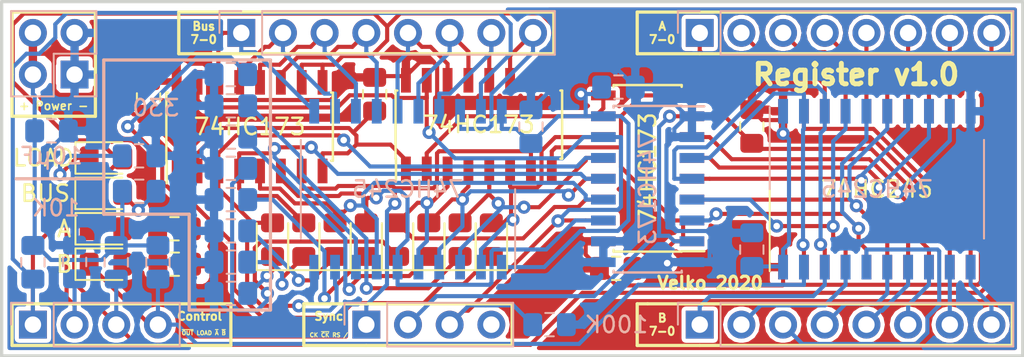
<source format=kicad_pcb>
(kicad_pcb (version 20171130) (host pcbnew 5.0.2+dfsg1-1)
  (layers (0 F.Cu signal hide) (31 B.Cu signal hide) (34 B.Paste user hide) (35 F.Paste user hide) (36 B.SilkS user) (37 F.SilkS user hide) (38 B.Mask user) (39 F.Mask user hide) (44 Edge.Cuts user))
  (net 0 "")
  (net 1 VCC)
  (net 2 GND)
  (net 3 "Net-(D1-Pad1)")
  (net 4 "Net-(D2-Pad1)")
  (net 5 "Net-(D3-Pad1)")
  (net 6 "Net-(D4-Pad1)")
  (net 7 "Net-(D5-Pad1)")
  (net 8 "Net-(D6-Pad1)")
  (net 9 "Net-(D7-Pad1)")
  (net 10 BUS7)
  (net 11 BUS6)
  (net 12 BUS5)
  (net 13 BUS4)
  (net 14 BUS3)
  (net 15 BUS2)
  (net 16 BUS1)
  (net 17 BUS0)
  (net 18 A0)
  (net 19 A1)
  (net 20 A2)
  (net 21 A3)
  (net 22 A4)
  (net 23 A5)
  (net 24 A6)
  (net 25 A7)
  (net 26 B7)
  (net 27 B6)
  (net 28 B5)
  (net 29 B4)
  (net 30 B3)
  (net 31 B2)
  (net 32 B1)
  (net 33 B0)
  (net 34 M0)
  (net 35 M1)
  (net 36 M2)
  (net 37 M3)
  (net 38 M4)
  (net 39 M5)
  (net 40 M6)
  (net 41 M7)
  (net 42 "Net-(D8-Pad1)")
  (net 43 "Net-(D9-Pad1)")
  (net 44 LOAD)
  (net 45 "Net-(D10-Pad2)")
  (net 46 ~BUS_OUT~)
  (net 47 ~A_OUT~)
  (net 48 "Net-(D11-Pad2)")
  (net 49 "Net-(D12-Pad2)")
  (net 50 ~B_OUT~)
  (net 51 "Net-(J3-Pad4)")
  (net 52 RESET)
  (net 53 ~CLK~)
  (net 54 CLK)
  (net 55 TAP3)
  (net 56 TAP4)
  (net 57 TAP5)
  (net 58 TAP6)
  (net 59 TAP7)
  (net 60 TAP2)
  (net 61 TAP1)
  (net 62 TAP0)
  (module LED_SMD:LED_0805_2012Metric_Pad1.15x1.40mm_HandSolder (layer F.Cu) (at 64.77 50.7 90)
    (fp_text reference D1 hide)
    (fp_text value LED)
    (pad 1 smd roundrect (at -1.025 0 90) (size 1.15 1.4) (layers F.Cu F.Paste F.Mask) (roundrect_rratio 0.217391) (net 3 "Net-(D1-Pad1)"))
    (pad 2 smd roundrect (at 1.025 0 90) (size 1.15 1.4) (layers F.Cu F.Paste F.Mask) (roundrect_rratio 0.217391) (net 34 M0))
  )
  (module LED_SMD:LED_0805_2012Metric_Pad1.15x1.40mm_HandSolder (layer F.Cu) (at 62.865 50.7 90)
    (fp_text reference D2 hide)
    (fp_text value LED)
    (pad 1 smd roundrect (at -1.025 0 90) (size 1.15 1.4) (layers F.Cu F.Paste F.Mask) (roundrect_rratio 0.217391) (net 4 "Net-(D2-Pad1)"))
    (pad 2 smd roundrect (at 1.025 0 90) (size 1.15 1.4) (layers F.Cu F.Paste F.Mask) (roundrect_rratio 0.217391) (net 35 M1))
  )
  (module LED_SMD:LED_0805_2012Metric_Pad1.15x1.40mm_HandSolder (layer F.Cu) (at 60.96 50.7 90)
    (fp_text reference D3 hide)
    (fp_text value LED)
    (pad 2 smd roundrect (at 1.025 0 90) (size 1.15 1.4) (layers F.Cu F.Paste F.Mask) (roundrect_rratio 0.217391) (net 36 M2))
    (pad 1 smd roundrect (at -1.025 0 90) (size 1.15 1.4) (layers F.Cu F.Paste F.Mask) (roundrect_rratio 0.217391) (net 5 "Net-(D3-Pad1)"))
  )
  (module LED_SMD:LED_0805_2012Metric_Pad1.15x1.40mm_HandSolder (layer F.Cu) (at 59.055 50.7 90)
    (fp_text reference D4 hide)
    (fp_text value LED hide)
    (pad 1 smd roundrect (at -1.025 0 90) (size 1.15 1.4) (layers F.Cu F.Paste F.Mask) (roundrect_rratio 0.217391) (net 6 "Net-(D4-Pad1)"))
    (pad 2 smd roundrect (at 1.025 0 90) (size 1.15 1.4) (layers F.Cu F.Paste F.Mask) (roundrect_rratio 0.217391) (net 37 M3))
  )
  (module LED_SMD:LED_0805_2012Metric_Pad1.15x1.40mm_HandSolder (layer F.Cu) (at 57.15 50.7 90)
    (fp_text reference D5 hide)
    (fp_text value LED)
    (pad 1 smd roundrect (at -1.025 0 90) (size 1.15 1.4) (layers F.Cu F.Paste F.Mask) (roundrect_rratio 0.217391) (net 7 "Net-(D5-Pad1)"))
    (pad 2 smd roundrect (at 1.025 0 90) (size 1.15 1.4) (layers F.Cu F.Paste F.Mask) (roundrect_rratio 0.217391) (net 38 M4))
  )
  (module LED_SMD:LED_0805_2012Metric_Pad1.15x1.40mm_HandSolder (layer F.Cu) (at 55.245 50.7 90)
    (fp_text reference D6 hide)
    (fp_text value LED)
    (pad 2 smd roundrect (at 1.025 0 90) (size 1.15 1.4) (layers F.Cu F.Paste F.Mask) (roundrect_rratio 0.217391) (net 39 M5))
    (pad 1 smd roundrect (at -1.025 0 90) (size 1.15 1.4) (layers F.Cu F.Paste F.Mask) (roundrect_rratio 0.217391) (net 8 "Net-(D6-Pad1)"))
  )
  (module LED_SMD:LED_0805_2012Metric_Pad1.15x1.40mm_HandSolder (layer F.Cu) (at 53.34 50.7 90)
    (fp_text reference D7 hide)
    (fp_text value LED)
    (pad 2 smd roundrect (at 1.025 0 90) (size 1.15 1.4) (layers F.Cu F.Paste F.Mask) (roundrect_rratio 0.217391) (net 40 M6))
    (pad 1 smd roundrect (at -1.025 0 90) (size 1.15 1.4) (layers F.Cu F.Paste F.Mask) (roundrect_rratio 0.217391) (net 9 "Net-(D7-Pad1)"))
  )
  (module LED_SMD:LED_0805_2012Metric_Pad1.15x1.40mm_HandSolder (layer F.Cu) (at 51.435 50.7 90)
    (fp_text reference D8 hide)
    (fp_text value LED)
    (pad 2 smd roundrect (at 1.025 0 90) (size 1.15 1.4) (layers F.Cu F.Paste F.Mask) (roundrect_rratio 0.217391) (net 41 M7))
    (pad 1 smd roundrect (at -1.025 0 90) (size 1.15 1.4) (layers F.Cu F.Paste F.Mask) (roundrect_rratio 0.217391) (net 42 "Net-(D8-Pad1)"))
  )
  (module Connector_PinHeader_2.54mm:PinHeader_1x08_P2.54mm_Vertical (layer B.Cu) (at 49.53 38.1 270)
    (fp_text reference J1 hide)
    (fp_text value Conn_01x08_Male)
    (pad 1 thru_hole rect (at 0 0 270) (size 1.7 1.7) (drill 1) (layers *.Cu *.Mask) (net 10 BUS7))
    (pad 2 thru_hole oval (at 0 -2.54 270) (size 1.7 1.7) (drill 1) (layers *.Cu *.Mask) (net 11 BUS6))
    (pad 3 thru_hole oval (at 0 -5.08 270) (size 1.7 1.7) (drill 1) (layers *.Cu *.Mask) (net 12 BUS5))
    (pad 4 thru_hole oval (at 0 -7.62 270) (size 1.7 1.7) (drill 1) (layers *.Cu *.Mask) (net 13 BUS4))
    (pad 5 thru_hole oval (at 0 -10.16 270) (size 1.7 1.7) (drill 1) (layers *.Cu *.Mask) (net 14 BUS3))
    (pad 6 thru_hole oval (at 0 -12.7 270) (size 1.7 1.7) (drill 1) (layers *.Cu *.Mask) (net 15 BUS2))
    (pad 7 thru_hole oval (at 0 -15.24 270) (size 1.7 1.7) (drill 1) (layers *.Cu *.Mask) (net 16 BUS1))
    (pad 8 thru_hole oval (at 0 -17.78 270) (size 1.7 1.7) (drill 1) (layers *.Cu *.Mask) (net 17 BUS0))
  )
  (module Connector_PinHeader_2.54mm:PinHeader_1x08_P2.54mm_Vertical (layer B.Cu) (at 77.47 38.1 270)
    (fp_text reference J5 hide)
    (fp_text value Conn_01x08_Male)
    (pad 8 thru_hole oval (at 0 -17.78 270) (size 1.7 1.7) (drill 1) (layers *.Cu *.Mask) (net 18 A0))
    (pad 7 thru_hole oval (at 0 -15.24 270) (size 1.7 1.7) (drill 1) (layers *.Cu *.Mask) (net 19 A1))
    (pad 6 thru_hole oval (at 0 -12.7 270) (size 1.7 1.7) (drill 1) (layers *.Cu *.Mask) (net 20 A2))
    (pad 5 thru_hole oval (at 0 -10.16 270) (size 1.7 1.7) (drill 1) (layers *.Cu *.Mask) (net 21 A3))
    (pad 4 thru_hole oval (at 0 -7.62 270) (size 1.7 1.7) (drill 1) (layers *.Cu *.Mask) (net 22 A4))
    (pad 3 thru_hole oval (at 0 -5.08 270) (size 1.7 1.7) (drill 1) (layers *.Cu *.Mask) (net 23 A5))
    (pad 2 thru_hole oval (at 0 -2.54 270) (size 1.7 1.7) (drill 1) (layers *.Cu *.Mask) (net 24 A6))
    (pad 1 thru_hole rect (at 0 0 270) (size 1.7 1.7) (drill 1) (layers *.Cu *.Mask) (net 25 A7))
  )
  (module Connector_PinHeader_2.54mm:PinHeader_1x08_P2.54mm_Vertical (layer B.Cu) (at 77.47 55.88 270)
    (fp_text reference J6 hide)
    (fp_text value Conn_01x08_Male)
    (pad 1 thru_hole rect (at 0 0 270) (size 1.7 1.7) (drill 1) (layers *.Cu *.Mask) (net 26 B7))
    (pad 2 thru_hole oval (at 0 -2.54 270) (size 1.7 1.7) (drill 1) (layers *.Cu *.Mask) (net 27 B6))
    (pad 3 thru_hole oval (at 0 -5.08 270) (size 1.7 1.7) (drill 1) (layers *.Cu *.Mask) (net 28 B5))
    (pad 4 thru_hole oval (at 0 -7.62 270) (size 1.7 1.7) (drill 1) (layers *.Cu *.Mask) (net 29 B4))
    (pad 5 thru_hole oval (at 0 -10.16 270) (size 1.7 1.7) (drill 1) (layers *.Cu *.Mask) (net 30 B3))
    (pad 6 thru_hole oval (at 0 -12.7 270) (size 1.7 1.7) (drill 1) (layers *.Cu *.Mask) (net 31 B2))
    (pad 7 thru_hole oval (at 0 -15.24 270) (size 1.7 1.7) (drill 1) (layers *.Cu *.Mask) (net 32 B1))
    (pad 8 thru_hole oval (at 0 -17.78 270) (size 1.7 1.7) (drill 1) (layers *.Cu *.Mask) (net 33 B0))
  )
  (module Connector_PinHeader_2.54mm:PinHeader_1x04_P2.54mm_Vertical (layer B.Cu) (at 36.83 55.88 270)
    (fp_text reference J2 hide)
    (fp_text value Conn_01x04_Male)
    (pad 1 thru_hole rect (at 0 0 270) (size 1.7 1.7) (drill 1) (layers *.Cu *.Mask) (net 46 ~BUS_OUT~))
    (pad 2 thru_hole oval (at 0 -2.54 270) (size 1.7 1.7) (drill 1) (layers *.Cu *.Mask) (net 44 LOAD))
    (pad 3 thru_hole oval (at 0 -5.08 270) (size 1.7 1.7) (drill 1) (layers *.Cu *.Mask) (net 47 ~A_OUT~))
    (pad 4 thru_hole oval (at 0 -7.62 270) (size 1.7 1.7) (drill 1) (layers *.Cu *.Mask) (net 50 ~B_OUT~))
  )
  (module Connector_PinHeader_2.54mm:PinHeader_1x04_P2.54mm_Vertical (layer B.Cu) (at 57.15 55.88 270)
    (fp_text reference J3 hide)
    (fp_text value Conn_01x04_Male)
    (pad 4 thru_hole oval (at 0 -7.62 270) (size 1.7 1.7) (drill 1) (layers *.Cu *.Mask) (net 51 "Net-(J3-Pad4)"))
    (pad 3 thru_hole oval (at 0 -5.08 270) (size 1.7 1.7) (drill 1) (layers *.Cu *.Mask) (net 52 RESET))
    (pad 2 thru_hole oval (at 0 -2.54 270) (size 1.7 1.7) (drill 1) (layers *.Cu *.Mask) (net 53 ~CLK~))
    (pad 1 thru_hole rect (at 0 0 270) (size 1.7 1.7) (drill 1) (layers *.Cu *.Mask) (net 54 CLK))
  )
  (module Connector_PinHeader_2.54mm:PinHeader_2x02_P2.54mm_Vertical (layer B.Cu) (at 39.37 40.64 90)
    (fp_text reference J4 hide)
    (fp_text value Conn_01x04_Male)
    (pad 1 thru_hole rect (at 0 0 90) (size 1.7 1.7) (drill 1) (layers *.Cu *.Mask) (net 2 GND))
    (pad 2 thru_hole oval (at 2.54 0 90) (size 1.7 1.7) (drill 1) (layers *.Cu *.Mask) (net 2 GND))
    (pad 3 thru_hole oval (at 0 -2.54 90) (size 1.7 1.7) (drill 1) (layers *.Cu *.Mask) (net 1 VCC))
    (pad 4 thru_hole oval (at 2.54 -2.54 90) (size 1.7 1.7) (drill 1) (layers *.Cu *.Mask) (net 1 VCC))
  )
  (module Capacitor_SMD:C_0805_2012Metric_Pad1.15x1.40mm_HandSolder (layer B.Cu) (at 80.645 51.308 90)
    (fp_text reference C1)
    (fp_text value 100nF)
    (pad 1 smd roundrect (at -1.025 0 90) (size 1.15 1.4) (layers B.Cu B.Paste B.Mask) (roundrect_rratio 0.217391) (net 1 VCC))
    (pad 2 smd roundrect (at 1.025 0 90) (size 1.15 1.4) (layers B.Cu B.Paste B.Mask) (roundrect_rratio 0.217391) (net 2 GND))
  )
  (module Capacitor_SMD:C_0805_2012Metric_Pad1.15x1.40mm_HandSolder (layer B.Cu) (at 37.964 44.069)
    (fp_text reference C2)
    (fp_text value 10µF (at 0 1.524) (layer B.SilkS) (effects (justify mirror)))
    (pad 2 smd roundrect (at 1.025 0) (size 1.15 1.4) (layers B.Cu B.Paste B.Mask) (roundrect_rratio 0.217391) (net 2 GND))
    (pad 1 smd roundrect (at -1.025 0) (size 1.15 1.4) (layers B.Cu B.Paste B.Mask) (roundrect_rratio 0.217391) (net 1 VCC))
  )
  (module Capacitor_SMD:C_0805_2012Metric_Pad1.15x1.40mm_HandSolder (layer F.Cu) (at 72.381 52.451)
    (fp_text reference C3)
    (fp_text value 100nF)
    (pad 2 smd roundrect (at 1.025 0) (size 1.15 1.4) (layers F.Cu F.Paste F.Mask) (roundrect_rratio 0.217391) (net 2 GND))
    (pad 1 smd roundrect (at -1.025 0) (size 1.15 1.4) (layers F.Cu F.Paste F.Mask) (roundrect_rratio 0.217391) (net 1 VCC))
  )
  (module Capacitor_SMD:C_0805_2012Metric_Pad1.15x1.40mm_HandSolder (layer F.Cu) (at 43.8785 42.037 270)
    (fp_text reference C4)
    (fp_text value 100nF)
    (pad 1 smd roundrect (at -1.025 0 270) (size 1.15 1.4) (layers F.Cu F.Paste F.Mask) (roundrect_rratio 0.217391) (net 1 VCC))
    (pad 2 smd roundrect (at 1.025 0 270) (size 1.15 1.4) (layers F.Cu F.Paste F.Mask) (roundrect_rratio 0.217391) (net 2 GND))
  )
  (module Capacitor_SMD:C_0805_2012Metric_Pad1.15x1.40mm_HandSolder (layer B.Cu) (at 72.517 41.402)
    (fp_text reference C5)
    (fp_text value 100nF)
    (pad 1 smd roundrect (at -1.025 0) (size 1.15 1.4) (layers B.Cu B.Paste B.Mask) (roundrect_rratio 0.217391) (net 1 VCC))
    (pad 2 smd roundrect (at 1.025 0) (size 1.15 1.4) (layers B.Cu B.Paste B.Mask) (roundrect_rratio 0.217391) (net 2 GND))
  )
  (module Capacitor_SMD:C_0805_2012Metric_Pad1.15x1.40mm_HandSolder (layer F.Cu) (at 80.645 43.806 270)
    (fp_text reference C6)
    (fp_text value 100nF)
    (pad 1 smd roundrect (at -1.025 0 270) (size 1.15 1.4) (layers F.Cu F.Paste F.Mask) (roundrect_rratio 0.217391) (net 1 VCC))
    (pad 2 smd roundrect (at 1.025 0 270) (size 1.15 1.4) (layers F.Cu F.Paste F.Mask) (roundrect_rratio 0.217391) (net 2 GND))
  )
  (module Capacitor_SMD:C_0805_2012Metric_Pad1.15x1.40mm_HandSolder (layer B.Cu) (at 67.183 43.815 90)
    (fp_text reference C7)
    (fp_text value 100nF)
    (pad 2 smd roundrect (at 1.025 0 90) (size 1.15 1.4) (layers B.Cu B.Paste B.Mask) (roundrect_rratio 0.217391) (net 2 GND))
    (pad 1 smd roundrect (at -1.025 0 90) (size 1.15 1.4) (layers B.Cu B.Paste B.Mask) (roundrect_rratio 0.217391) (net 1 VCC))
  )
  (module Capacitor_SMD:C_0805_2012Metric_Pad1.15x1.40mm_HandSolder (layer F.Cu) (at 57.658 41.8375 270)
    (fp_text reference C8)
    (fp_text value 100nF)
    (pad 1 smd roundrect (at -1.025 0 270) (size 1.15 1.4) (layers F.Cu F.Paste F.Mask) (roundrect_rratio 0.217391) (net 1 VCC))
    (pad 2 smd roundrect (at 1.025 0 270) (size 1.15 1.4) (layers F.Cu F.Paste F.Mask) (roundrect_rratio 0.217391) (net 2 GND))
  )
  (module LED_SMD:LED_0805_2012Metric_Pad1.15x1.40mm_HandSolder (layer F.Cu) (at 41.284 45.72)
    (fp_text reference D9)
    (fp_text value LOAD (at -3.81 0) (layer F.SilkS))
    (pad 1 smd roundrect (at -1.025 0) (size 1.15 1.4) (layers F.Cu F.Paste F.Mask) (roundrect_rratio 0.217391) (net 43 "Net-(D9-Pad1)"))
    (pad 2 smd roundrect (at 1.025 0) (size 1.15 1.4) (layers F.Cu F.Paste F.Mask) (roundrect_rratio 0.217391) (net 44 LOAD))
  )
  (module LED_SMD:LED_0805_2012Metric_Pad1.15x1.40mm_HandSolder (layer F.Cu) (at 41.275 47.879)
    (fp_text reference D10)
    (fp_text value BUS (at -3.683 0) (layer F.SilkS))
    (pad 2 smd roundrect (at 1.025 0) (size 1.15 1.4) (layers F.Cu F.Paste F.Mask) (roundrect_rratio 0.217391) (net 45 "Net-(D10-Pad2)"))
    (pad 1 smd roundrect (at -1.025 0) (size 1.15 1.4) (layers F.Cu F.Paste F.Mask) (roundrect_rratio 0.217391) (net 46 ~BUS_OUT~))
  )
  (module LED_SMD:LED_0805_2012Metric_Pad1.15x1.40mm_HandSolder (layer F.Cu) (at 41.284 50.038)
    (fp_text reference D11)
    (fp_text value A (at -2.549 0) (layer F.SilkS))
    (pad 1 smd roundrect (at -1.025 0) (size 1.15 1.4) (layers F.Cu F.Paste F.Mask) (roundrect_rratio 0.217391) (net 47 ~A_OUT~))
    (pad 2 smd roundrect (at 1.025 0) (size 1.15 1.4) (layers F.Cu F.Paste F.Mask) (roundrect_rratio 0.217391) (net 48 "Net-(D11-Pad2)"))
  )
  (module LED_SMD:LED_0805_2012Metric_Pad1.15x1.40mm_HandSolder (layer F.Cu) (at 41.284 52.197)
    (fp_text reference D12)
    (fp_text value B (at -2.54 0) (layer F.SilkS))
    (pad 2 smd roundrect (at 1.025 0) (size 1.15 1.4) (layers F.Cu F.Paste F.Mask) (roundrect_rratio 0.217391) (net 49 "Net-(D12-Pad2)"))
    (pad 1 smd roundrect (at -1.025 0) (size 1.15 1.4) (layers F.Cu F.Paste F.Mask) (roundrect_rratio 0.217391) (net 50 ~B_OUT~))
  )
  (module Resistor_SMD:R_0805_2012Metric_Pad1.15x1.40mm_HandSolder (layer B.Cu) (at 36.83 52.079 270)
    (fp_text reference R1)
    (fp_text value 10K (at -3.311 -1.397) (layer B.SilkS) (effects (justify mirror)))
    (pad 1 smd roundrect (at -1.025 0 270) (size 1.15 1.4) (layers B.Cu B.Paste B.Mask) (roundrect_rratio 0.217391) (net 1 VCC))
    (pad 2 smd roundrect (at 1.025 0 270) (size 1.15 1.4) (layers B.Cu B.Paste B.Mask) (roundrect_rratio 0.217391) (net 46 ~BUS_OUT~))
  )
  (module Resistor_SMD:R_0805_2012Metric_Pad1.15x1.40mm_HandSolder (layer B.Cu) (at 41.91 52.079 270)
    (fp_text reference R2)
    (fp_text value 10K)
    (pad 2 smd roundrect (at 1.025 0 270) (size 1.15 1.4) (layers B.Cu B.Paste B.Mask) (roundrect_rratio 0.217391) (net 47 ~A_OUT~))
    (pad 1 smd roundrect (at -1.025 0 270) (size 1.15 1.4) (layers B.Cu B.Paste B.Mask) (roundrect_rratio 0.217391) (net 1 VCC))
  )
  (module Resistor_SMD:R_0805_2012Metric_Pad1.15x1.40mm_HandSolder (layer B.Cu) (at 39.37 52.061 270)
    (fp_text reference R3)
    (fp_text value 10K)
    (pad 2 smd roundrect (at 1.025 0 270) (size 1.15 1.4) (layers B.Cu B.Paste B.Mask) (roundrect_rratio 0.217391) (net 44 LOAD))
    (pad 1 smd roundrect (at -1.025 0 270) (size 1.15 1.4) (layers B.Cu B.Paste B.Mask) (roundrect_rratio 0.217391) (net 2 GND))
  )
  (module Resistor_SMD:R_0805_2012Metric_Pad1.15x1.40mm_HandSolder (layer B.Cu) (at 44.45 52.079 270)
    (fp_text reference R4)
    (fp_text value 10K)
    (pad 1 smd roundrect (at -1.025 0 270) (size 1.15 1.4) (layers B.Cu B.Paste B.Mask) (roundrect_rratio 0.217391) (net 1 VCC))
    (pad 2 smd roundrect (at 1.025 0 270) (size 1.15 1.4) (layers B.Cu B.Paste B.Mask) (roundrect_rratio 0.217391) (net 50 ~B_OUT~))
  )
  (module Resistor_SMD:R_0805_2012Metric_Pad1.15x1.40mm_HandSolder (layer B.Cu) (at 48.895 40.64)
    (fp_text reference R5)
    (fp_text value 330)
    (pad 2 smd roundrect (at 1.025 0) (size 1.15 1.4) (layers B.Cu B.Paste B.Mask) (roundrect_rratio 0.217391) (net 3 "Net-(D1-Pad1)"))
    (pad 1 smd roundrect (at -1.025 0) (size 1.15 1.4) (layers B.Cu B.Paste B.Mask) (roundrect_rratio 0.217391) (net 2 GND))
  )
  (module Resistor_SMD:R_0805_2012Metric_Pad1.15x1.40mm_HandSolder (layer B.Cu) (at 48.895 42.545)
    (fp_text reference R6)
    (fp_text value 330)
    (pad 1 smd roundrect (at -1.025 0) (size 1.15 1.4) (layers B.Cu B.Paste B.Mask) (roundrect_rratio 0.217391) (net 2 GND))
    (pad 2 smd roundrect (at 1.025 0) (size 1.15 1.4) (layers B.Cu B.Paste B.Mask) (roundrect_rratio 0.217391) (net 4 "Net-(D2-Pad1)"))
  )
  (module Resistor_SMD:R_0805_2012Metric_Pad1.15x1.40mm_HandSolder (layer B.Cu) (at 48.895 44.45)
    (fp_text reference R7)
    (fp_text value 330)
    (pad 2 smd roundrect (at 1.025 0) (size 1.15 1.4) (layers B.Cu B.Paste B.Mask) (roundrect_rratio 0.217391) (net 5 "Net-(D3-Pad1)"))
    (pad 1 smd roundrect (at -1.025 0) (size 1.15 1.4) (layers B.Cu B.Paste B.Mask) (roundrect_rratio 0.217391) (net 2 GND))
  )
  (module Resistor_SMD:R_0805_2012Metric_Pad1.15x1.40mm_HandSolder (layer B.Cu) (at 48.895 46.355)
    (fp_text reference R8)
    (fp_text value 330)
    (pad 1 smd roundrect (at -1.025 0) (size 1.15 1.4) (layers B.Cu B.Paste B.Mask) (roundrect_rratio 0.217391) (net 2 GND))
    (pad 2 smd roundrect (at 1.025 0) (size 1.15 1.4) (layers B.Cu B.Paste B.Mask) (roundrect_rratio 0.217391) (net 6 "Net-(D4-Pad1)"))
  )
  (module Resistor_SMD:R_0805_2012Metric_Pad1.15x1.40mm_HandSolder (layer B.Cu) (at 48.895 48.26)
    (fp_text reference R9)
    (fp_text value 330)
    (pad 2 smd roundrect (at 1.025 0) (size 1.15 1.4) (layers B.Cu B.Paste B.Mask) (roundrect_rratio 0.217391) (net 7 "Net-(D5-Pad1)"))
    (pad 1 smd roundrect (at -1.025 0) (size 1.15 1.4) (layers B.Cu B.Paste B.Mask) (roundrect_rratio 0.217391) (net 2 GND))
  )
  (module Resistor_SMD:R_0805_2012Metric_Pad1.15x1.40mm_HandSolder (layer B.Cu) (at 48.895 50.165)
    (fp_text reference R10)
    (fp_text value 330)
    (pad 1 smd roundrect (at -1.025 0) (size 1.15 1.4) (layers B.Cu B.Paste B.Mask) (roundrect_rratio 0.217391) (net 2 GND))
    (pad 2 smd roundrect (at 1.025 0) (size 1.15 1.4) (layers B.Cu B.Paste B.Mask) (roundrect_rratio 0.217391) (net 8 "Net-(D6-Pad1)"))
  )
  (module Resistor_SMD:R_0805_2012Metric_Pad1.15x1.40mm_HandSolder (layer B.Cu) (at 48.895 52.07)
    (fp_text reference R11)
    (fp_text value 330)
    (pad 2 smd roundrect (at 1.025 0) (size 1.15 1.4) (layers B.Cu B.Paste B.Mask) (roundrect_rratio 0.217391) (net 9 "Net-(D7-Pad1)"))
    (pad 1 smd roundrect (at -1.025 0) (size 1.15 1.4) (layers B.Cu B.Paste B.Mask) (roundrect_rratio 0.217391) (net 2 GND))
  )
  (module Resistor_SMD:R_0805_2012Metric_Pad1.15x1.40mm_HandSolder (layer B.Cu) (at 48.895 53.975)
    (fp_text reference R12)
    (fp_text value 330)
    (pad 1 smd roundrect (at -1.025 0) (size 1.15 1.4) (layers B.Cu B.Paste B.Mask) (roundrect_rratio 0.217391) (net 2 GND))
    (pad 2 smd roundrect (at 1.025 0) (size 1.15 1.4) (layers B.Cu B.Paste B.Mask) (roundrect_rratio 0.217391) (net 42 "Net-(D8-Pad1)"))
  )
  (module Resistor_SMD:R_0805_2012Metric_Pad1.15x1.40mm_HandSolder (layer B.Cu) (at 68.317 55.88 180)
    (fp_text reference R13)
    (fp_text value 100K (at -4.073 0 180) (layer B.SilkS) (effects (justify mirror)))
    (pad 1 smd roundrect (at -1.025 0 180) (size 1.15 1.4) (layers B.Cu B.Paste B.Mask) (roundrect_rratio 0.217391) (net 2 GND))
    (pad 2 smd roundrect (at 1.025 0 180) (size 1.15 1.4) (layers B.Cu B.Paste B.Mask) (roundrect_rratio 0.217391) (net 52 RESET))
  )
  (module Resistor_SMD:R_0805_2012Metric_Pad1.15x1.40mm_HandSolder (layer B.Cu) (at 43.307 47.752)
    (fp_text reference R14)
    (fp_text value 330)
    (pad 1 smd roundrect (at -1.025 0) (size 1.15 1.4) (layers B.Cu B.Paste B.Mask) (roundrect_rratio 0.217391) (net 1 VCC))
    (pad 2 smd roundrect (at 1.025 0) (size 1.15 1.4) (layers B.Cu B.Paste B.Mask) (roundrect_rratio 0.217391) (net 45 "Net-(D10-Pad2)"))
  )
  (module Resistor_SMD:R_0805_2012Metric_Pad1.15x1.40mm_HandSolder (layer F.Cu) (at 45.457 50.038 180)
    (fp_text reference R15)
    (fp_text value 330)
    (pad 2 smd roundrect (at 1.025 0 180) (size 1.15 1.4) (layers F.Cu F.Paste F.Mask) (roundrect_rratio 0.217391) (net 48 "Net-(D11-Pad2)"))
    (pad 1 smd roundrect (at -1.025 0 180) (size 1.15 1.4) (layers F.Cu F.Paste F.Mask) (roundrect_rratio 0.217391) (net 1 VCC))
  )
  (module Resistor_SMD:R_0805_2012Metric_Pad1.15x1.40mm_HandSolder (layer F.Cu) (at 45.475 52.197 180)
    (fp_text reference R16)
    (fp_text value 330)
    (pad 1 smd roundrect (at -1.025 0 180) (size 1.15 1.4) (layers F.Cu F.Paste F.Mask) (roundrect_rratio 0.217391) (net 1 VCC))
    (pad 2 smd roundrect (at 1.025 0 180) (size 1.15 1.4) (layers F.Cu F.Paste F.Mask) (roundrect_rratio 0.217391) (net 49 "Net-(D12-Pad2)"))
  )
  (module Resistor_SMD:R_0805_2012Metric_Pad1.15x1.40mm_HandSolder (layer B.Cu) (at 43.298 45.593 180)
    (fp_text reference R17)
    (fp_text value 330 (at -1.025 2.921 180) (layer B.SilkS) (effects (justify mirror)))
    (pad 2 smd roundrect (at 1.025 0 180) (size 1.15 1.4) (layers B.Cu B.Paste B.Mask) (roundrect_rratio 0.217391) (net 43 "Net-(D9-Pad1)"))
    (pad 1 smd roundrect (at -1.025 0 180) (size 1.15 1.4) (layers B.Cu B.Paste B.Mask) (roundrect_rratio 0.217391) (net 2 GND))
  )
  (module Package_SO:SO-20_12.8x7.5mm_P1.27mm (layer B.Cu) (at 59.69 47.625 90)
    (fp_text reference U1)
    (fp_text value 74HC245 (at 0 0 180) (layer B.SilkS) (effects (justify mirror)))
    (pad 6 smd rect (at -4.75 -0.635 90) (size 1.5 0.6) (layers B.Cu B.Paste B.Mask) (net 38 M4))
    (pad 5 smd rect (at -4.75 0.635 90) (size 1.5 0.6) (layers B.Cu B.Paste B.Mask) (net 37 M3))
    (pad 4 smd rect (at -4.75 1.905 90) (size 1.5 0.6) (layers B.Cu B.Paste B.Mask) (net 36 M2))
    (pad 3 smd rect (at -4.75 3.175 90) (size 1.5 0.6) (layers B.Cu B.Paste B.Mask) (net 35 M1))
    (pad 2 smd rect (at -4.75 4.445 90) (size 1.5 0.6) (layers B.Cu B.Paste B.Mask) (net 34 M0))
    (pad 1 smd rect (at -4.75 5.715 90) (size 1.5 0.6) (layers B.Cu B.Paste B.Mask) (net 1 VCC))
    (pad 7 smd rect (at -4.75 -1.905 90) (size 1.5 0.6) (layers B.Cu B.Paste B.Mask) (net 39 M5))
    (pad 8 smd rect (at -4.75 -3.175 90) (size 1.5 0.6) (layers B.Cu B.Paste B.Mask) (net 40 M6))
    (pad 9 smd rect (at -4.75 -4.445 90) (size 1.5 0.6) (layers B.Cu B.Paste B.Mask) (net 41 M7))
    (pad 10 smd rect (at -4.75 -5.715 90) (size 1.5 0.6) (layers B.Cu B.Paste B.Mask) (net 2 GND))
    (pad 11 smd rect (at 4.75 -5.715 90) (size 1.5 0.6) (layers B.Cu B.Paste B.Mask) (net 10 BUS7))
    (pad 12 smd rect (at 4.75 -4.445 90) (size 1.5 0.6) (layers B.Cu B.Paste B.Mask) (net 11 BUS6))
    (pad 13 smd rect (at 4.75 -3.175 90) (size 1.5 0.6) (layers B.Cu B.Paste B.Mask) (net 12 BUS5))
    (pad 14 smd rect (at 4.75 -1.905 90) (size 1.5 0.6) (layers B.Cu B.Paste B.Mask) (net 13 BUS4))
    (pad 15 smd rect (at 4.75 -0.635 90) (size 1.5 0.6) (layers B.Cu B.Paste B.Mask) (net 14 BUS3))
    (pad 16 smd rect (at 4.75 0.635 90) (size 1.5 0.6) (layers B.Cu B.Paste B.Mask) (net 15 BUS2))
    (pad 17 smd rect (at 4.75 1.905 90) (size 1.5 0.6) (layers B.Cu B.Paste B.Mask) (net 16 BUS1))
    (pad 18 smd rect (at 4.75 3.175 90) (size 1.5 0.6) (layers B.Cu B.Paste B.Mask) (net 17 BUS0))
    (pad 19 smd rect (at 4.75 4.445 90) (size 1.5 0.6) (layers B.Cu B.Paste B.Mask) (net 46 ~BUS_OUT~))
    (pad 20 smd rect (at 4.75 5.715 90) (size 1.5 0.6) (layers B.Cu B.Paste B.Mask) (net 1 VCC))
  )
  (module Package_SO:SOIC-16_3.9x9.9mm_P1.27mm (layer F.Cu) (at 64.008 43.688 90)
    (fp_text reference U2 hide)
    (fp_text value 74HC173 (at 0 0 180) (layer F.SilkS))
    (pad 1 smd rect (at -2.7 -4.445 90) (size 1.5 0.6) (layers F.Cu F.Paste F.Mask) (net 2 GND))
    (pad 2 smd rect (at -2.7 -3.175 90) (size 1.5 0.6) (layers F.Cu F.Paste F.Mask) (net 2 GND))
    (pad 3 smd rect (at -2.7 -1.905 90) (size 1.5 0.6) (layers F.Cu F.Paste F.Mask) (net 37 M3))
    (pad 4 smd rect (at -2.7 -0.635 90) (size 1.5 0.6) (layers F.Cu F.Paste F.Mask) (net 36 M2))
    (pad 5 smd rect (at -2.7 0.635 90) (size 1.5 0.6) (layers F.Cu F.Paste F.Mask) (net 35 M1))
    (pad 6 smd rect (at -2.7 1.905 90) (size 1.5 0.6) (layers F.Cu F.Paste F.Mask) (net 34 M0))
    (pad 7 smd rect (at -2.7 3.175 90) (size 1.5 0.6) (layers F.Cu F.Paste F.Mask) (net 54 CLK))
    (pad 8 smd rect (at -2.7 4.445 90) (size 1.5 0.6) (layers F.Cu F.Paste F.Mask) (net 2 GND))
    (pad 9 smd rect (at 2.7 4.445 90) (size 1.5 0.6) (layers F.Cu F.Paste F.Mask) (net 44 LOAD))
    (pad 10 smd rect (at 2.7 3.175 90) (size 1.5 0.6) (layers F.Cu F.Paste F.Mask) (net 44 LOAD))
    (pad 11 smd rect (at 2.7 1.905 90) (size 1.5 0.6) (layers F.Cu F.Paste F.Mask) (net 17 BUS0))
    (pad 12 smd rect (at 2.7 0.635 90) (size 1.5 0.6) (layers F.Cu F.Paste F.Mask) (net 16 BUS1))
    (pad 13 smd rect (at 2.7 -0.635 90) (size 1.5 0.6) (layers F.Cu F.Paste F.Mask) (net 15 BUS2))
    (pad 14 smd rect (at 2.7 -1.905 90) (size 1.5 0.6) (layers F.Cu F.Paste F.Mask) (net 14 BUS3))
    (pad 15 smd rect (at 2.7 -3.175 90) (size 1.5 0.6) (layers F.Cu F.Paste F.Mask) (net 52 RESET))
    (pad 16 smd rect (at 2.7 -4.445 90) (size 1.5 0.6) (layers F.Cu F.Paste F.Mask) (net 1 VCC))
  )
  (module Package_SO:SOIC-16_3.9x9.9mm_P1.27mm (layer F.Cu) (at 74.295 46.355 180)
    (fp_text reference U3 hide)
    (fp_text value 74HC173 (at 0 0 90) (layer F.SilkS))
    (pad 16 smd rect (at 2.7 -4.445 180) (size 1.5 0.6) (layers F.Cu F.Paste F.Mask) (net 1 VCC))
    (pad 15 smd rect (at 2.7 -3.175 180) (size 1.5 0.6) (layers F.Cu F.Paste F.Mask) (net 52 RESET))
    (pad 14 smd rect (at 2.7 -1.905 180) (size 1.5 0.6) (layers F.Cu F.Paste F.Mask) (net 37 M3))
    (pad 13 smd rect (at 2.7 -0.635 180) (size 1.5 0.6) (layers F.Cu F.Paste F.Mask) (net 36 M2))
    (pad 12 smd rect (at 2.7 0.635 180) (size 1.5 0.6) (layers F.Cu F.Paste F.Mask) (net 35 M1))
    (pad 11 smd rect (at 2.7 1.905 180) (size 1.5 0.6) (layers F.Cu F.Paste F.Mask) (net 34 M0))
    (pad 10 smd rect (at 2.7 3.175 180) (size 1.5 0.6) (layers F.Cu F.Paste F.Mask) (net 2 GND))
    (pad 9 smd rect (at 2.7 4.445 180) (size 1.5 0.6) (layers F.Cu F.Paste F.Mask) (net 2 GND))
    (pad 8 smd rect (at -2.7 4.445 180) (size 1.5 0.6) (layers F.Cu F.Paste F.Mask) (net 2 GND))
    (pad 7 smd rect (at -2.7 3.175 180) (size 1.5 0.6) (layers F.Cu F.Paste F.Mask) (net 53 ~CLK~))
    (pad 6 smd rect (at -2.7 1.905 180) (size 1.5 0.6) (layers F.Cu F.Paste F.Mask) (net 62 TAP0))
    (pad 5 smd rect (at -2.7 0.635 180) (size 1.5 0.6) (layers F.Cu F.Paste F.Mask) (net 61 TAP1))
    (pad 4 smd rect (at -2.7 -0.635 180) (size 1.5 0.6) (layers F.Cu F.Paste F.Mask) (net 60 TAP2))
    (pad 3 smd rect (at -2.7 -1.905 180) (size 1.5 0.6) (layers F.Cu F.Paste F.Mask) (net 55 TAP3))
    (pad 2 smd rect (at -2.7 -3.175 180) (size 1.5 0.6) (layers F.Cu F.Paste F.Mask) (net 2 GND))
    (pad 1 smd rect (at -2.7 -4.445 180) (size 1.5 0.6) (layers F.Cu F.Paste F.Mask) (net 2 GND))
  )
  (module Package_SO:SOIC-16_3.9x9.9mm_P1.27mm (layer F.Cu) (at 50.038 43.815 90)
    (fp_text reference U4)
    (fp_text value 74HC173 (at 0 0 180) (layer F.SilkS))
    (pad 16 smd rect (at 2.7 -4.445 90) (size 1.5 0.6) (layers F.Cu F.Paste F.Mask) (net 1 VCC))
    (pad 15 smd rect (at 2.7 -3.175 90) (size 1.5 0.6) (layers F.Cu F.Paste F.Mask) (net 52 RESET))
    (pad 14 smd rect (at 2.7 -1.905 90) (size 1.5 0.6) (layers F.Cu F.Paste F.Mask) (net 10 BUS7))
    (pad 13 smd rect (at 2.7 -0.635 90) (size 1.5 0.6) (layers F.Cu F.Paste F.Mask) (net 11 BUS6))
    (pad 12 smd rect (at 2.7 0.635 90) (size 1.5 0.6) (layers F.Cu F.Paste F.Mask) (net 12 BUS5))
    (pad 11 smd rect (at 2.7 1.905 90) (size 1.5 0.6) (layers F.Cu F.Paste F.Mask) (net 13 BUS4))
    (pad 10 smd rect (at 2.7 3.175 90) (size 1.5 0.6) (layers F.Cu F.Paste F.Mask) (net 44 LOAD))
    (pad 9 smd rect (at 2.7 4.445 90) (size 1.5 0.6) (layers F.Cu F.Paste F.Mask) (net 44 LOAD))
    (pad 8 smd rect (at -2.7 4.445 90) (size 1.5 0.6) (layers F.Cu F.Paste F.Mask) (net 2 GND))
    (pad 7 smd rect (at -2.7 3.175 90) (size 1.5 0.6) (layers F.Cu F.Paste F.Mask) (net 54 CLK))
    (pad 6 smd rect (at -2.7 1.905 90) (size 1.5 0.6) (layers F.Cu F.Paste F.Mask) (net 38 M4))
    (pad 5 smd rect (at -2.7 0.635 90) (size 1.5 0.6) (layers F.Cu F.Paste F.Mask) (net 39 M5))
    (pad 4 smd rect (at -2.7 -0.635 90) (size 1.5 0.6) (layers F.Cu F.Paste F.Mask) (net 40 M6))
    (pad 3 smd rect (at -2.7 -1.905 90) (size 1.5 0.6) (layers F.Cu F.Paste F.Mask) (net 41 M7))
    (pad 2 smd rect (at -2.7 -3.175 90) (size 1.5 0.6) (layers F.Cu F.Paste F.Mask) (net 2 GND))
    (pad 1 smd rect (at -2.7 -4.445 90) (size 1.5 0.6) (layers F.Cu F.Paste F.Mask) (net 2 GND))
  )
  (module Package_SO:SOIC-16_3.9x9.9mm_P1.27mm (layer B.Cu) (at 74.295 47.625 180)
    (fp_text reference U5)
    (fp_text value 74HC173 (at 0 0 270) (layer B.SilkS) (effects (justify mirror)))
    (pad 16 smd rect (at 2.7 4.445 180) (size 1.5 0.6) (layers B.Cu B.Paste B.Mask) (net 1 VCC))
    (pad 15 smd rect (at 2.7 3.175 180) (size 1.5 0.6) (layers B.Cu B.Paste B.Mask) (net 52 RESET))
    (pad 14 smd rect (at 2.7 1.905 180) (size 1.5 0.6) (layers B.Cu B.Paste B.Mask) (net 41 M7))
    (pad 13 smd rect (at 2.7 0.635 180) (size 1.5 0.6) (layers B.Cu B.Paste B.Mask) (net 40 M6))
    (pad 12 smd rect (at 2.7 -0.635 180) (size 1.5 0.6) (layers B.Cu B.Paste B.Mask) (net 39 M5))
    (pad 11 smd rect (at 2.7 -1.905 180) (size 1.5 0.6) (layers B.Cu B.Paste B.Mask) (net 38 M4))
    (pad 10 smd rect (at 2.7 -3.175 180) (size 1.5 0.6) (layers B.Cu B.Paste B.Mask) (net 2 GND))
    (pad 9 smd rect (at 2.7 -4.445 180) (size 1.5 0.6) (layers B.Cu B.Paste B.Mask) (net 2 GND))
    (pad 8 smd rect (at -2.7 -4.445 180) (size 1.5 0.6) (layers B.Cu B.Paste B.Mask) (net 2 GND))
    (pad 7 smd rect (at -2.7 -3.175 180) (size 1.5 0.6) (layers B.Cu B.Paste B.Mask) (net 53 ~CLK~))
    (pad 6 smd rect (at -2.7 -1.905 180) (size 1.5 0.6) (layers B.Cu B.Paste B.Mask) (net 56 TAP4))
    (pad 5 smd rect (at -2.7 -0.635 180) (size 1.5 0.6) (layers B.Cu B.Paste B.Mask) (net 57 TAP5))
    (pad 4 smd rect (at -2.7 0.635 180) (size 1.5 0.6) (layers B.Cu B.Paste B.Mask) (net 58 TAP6))
    (pad 3 smd rect (at -2.7 1.905 180) (size 1.5 0.6) (layers B.Cu B.Paste B.Mask) (net 59 TAP7))
    (pad 2 smd rect (at -2.7 3.175 180) (size 1.5 0.6) (layers B.Cu B.Paste B.Mask) (net 2 GND))
    (pad 1 smd rect (at -2.7 4.445 180) (size 1.5 0.6) (layers B.Cu B.Paste B.Mask) (net 2 GND))
  )
  (module Package_SO:SO-20_12.8x7.5mm_P1.27mm (layer F.Cu) (at 88.265 47.625 90)
    (fp_text reference U6 hide)
    (fp_text value 74HC245 (at 0 0 180) (layer F.SilkS))
    (pad 20 smd rect (at 4.75 -5.715 90) (size 1.5 0.6) (layers F.Cu F.Paste F.Mask) (net 1 VCC))
    (pad 19 smd rect (at 4.75 -4.445 90) (size 1.5 0.6) (layers F.Cu F.Paste F.Mask) (net 47 ~A_OUT~))
    (pad 18 smd rect (at 4.75 -3.175 90) (size 1.5 0.6) (layers F.Cu F.Paste F.Mask) (net 25 A7))
    (pad 17 smd rect (at 4.75 -1.905 90) (size 1.5 0.6) (layers F.Cu F.Paste F.Mask) (net 24 A6))
    (pad 16 smd rect (at 4.75 -0.635 90) (size 1.5 0.6) (layers F.Cu F.Paste F.Mask) (net 23 A5))
    (pad 15 smd rect (at 4.75 0.635 90) (size 1.5 0.6) (layers F.Cu F.Paste F.Mask) (net 22 A4))
    (pad 14 smd rect (at 4.75 1.905 90) (size 1.5 0.6) (layers F.Cu F.Paste F.Mask) (net 21 A3))
    (pad 13 smd rect (at 4.75 3.175 90) (size 1.5 0.6) (layers F.Cu F.Paste F.Mask) (net 20 A2))
    (pad 12 smd rect (at 4.75 4.445 90) (size 1.5 0.6) (layers F.Cu F.Paste F.Mask) (net 19 A1))
    (pad 11 smd rect (at 4.75 5.715 90) (size 1.5 0.6) (layers F.Cu F.Paste F.Mask) (net 18 A0))
    (pad 10 smd rect (at -4.75 5.715 90) (size 1.5 0.6) (layers F.Cu F.Paste F.Mask) (net 2 GND))
    (pad 9 smd rect (at -4.75 4.445 90) (size 1.5 0.6) (layers F.Cu F.Paste F.Mask) (net 62 TAP0))
    (pad 8 smd rect (at -4.75 3.175 90) (size 1.5 0.6) (layers F.Cu F.Paste F.Mask) (net 61 TAP1))
    (pad 7 smd rect (at -4.75 1.905 90) (size 1.5 0.6) (layers F.Cu F.Paste F.Mask) (net 60 TAP2))
    (pad 1 smd rect (at -4.75 -5.715 90) (size 1.5 0.6) (layers F.Cu F.Paste F.Mask) (net 1 VCC))
    (pad 2 smd rect (at -4.75 -4.445 90) (size 1.5 0.6) (layers F.Cu F.Paste F.Mask) (net 59 TAP7))
    (pad 3 smd rect (at -4.75 -3.175 90) (size 1.5 0.6) (layers F.Cu F.Paste F.Mask) (net 58 TAP6))
    (pad 4 smd rect (at -4.75 -1.905 90) (size 1.5 0.6) (layers F.Cu F.Paste F.Mask) (net 57 TAP5))
    (pad 5 smd rect (at -4.75 -0.635 90) (size 1.5 0.6) (layers F.Cu F.Paste F.Mask) (net 56 TAP4))
    (pad 6 smd rect (at -4.75 0.635 90) (size 1.5 0.6) (layers F.Cu F.Paste F.Mask) (net 55 TAP3))
  )
  (module Package_SO:SO-20_12.8x7.5mm_P1.27mm (layer B.Cu) (at 88.265 47.625 270)
    (fp_text reference U7)
    (fp_text value 74HC245 (at 0 0 180) (layer B.SilkS) (effects (justify mirror)))
    (pad 6 smd rect (at -4.75 -0.635 270) (size 1.5 0.6) (layers B.Cu B.Paste B.Mask) (net 55 TAP3))
    (pad 5 smd rect (at -4.75 0.635 270) (size 1.5 0.6) (layers B.Cu B.Paste B.Mask) (net 56 TAP4))
    (pad 4 smd rect (at -4.75 1.905 270) (size 1.5 0.6) (layers B.Cu B.Paste B.Mask) (net 57 TAP5))
    (pad 3 smd rect (at -4.75 3.175 270) (size 1.5 0.6) (layers B.Cu B.Paste B.Mask) (net 58 TAP6))
    (pad 2 smd rect (at -4.75 4.445 270) (size 1.5 0.6) (layers B.Cu B.Paste B.Mask) (net 59 TAP7))
    (pad 1 smd rect (at -4.75 5.715 270) (size 1.5 0.6) (layers B.Cu B.Paste B.Mask) (net 1 VCC))
    (pad 7 smd rect (at -4.75 -1.905 270) (size 1.5 0.6) (layers B.Cu B.Paste B.Mask) (net 60 TAP2))
    (pad 8 smd rect (at -4.75 -3.175 270) (size 1.5 0.6) (layers B.Cu B.Paste B.Mask) (net 61 TAP1))
    (pad 9 smd rect (at -4.75 -4.445 270) (size 1.5 0.6) (layers B.Cu B.Paste B.Mask) (net 62 TAP0))
    (pad 10 smd rect (at -4.75 -5.715 270) (size 1.5 0.6) (layers B.Cu B.Paste B.Mask) (net 2 GND))
    (pad 11 smd rect (at 4.75 -5.715 270) (size 1.5 0.6) (layers B.Cu B.Paste B.Mask) (net 33 B0))
    (pad 12 smd rect (at 4.75 -4.445 270) (size 1.5 0.6) (layers B.Cu B.Paste B.Mask) (net 32 B1))
    (pad 13 smd rect (at 4.75 -3.175 270) (size 1.5 0.6) (layers B.Cu B.Paste B.Mask) (net 31 B2))
    (pad 14 smd rect (at 4.75 -1.905 270) (size 1.5 0.6) (layers B.Cu B.Paste B.Mask) (net 30 B3))
    (pad 15 smd rect (at 4.75 -0.635 270) (size 1.5 0.6) (layers B.Cu B.Paste B.Mask) (net 29 B4))
    (pad 16 smd rect (at 4.75 0.635 270) (size 1.5 0.6) (layers B.Cu B.Paste B.Mask) (net 28 B5))
    (pad 17 smd rect (at 4.75 1.905 270) (size 1.5 0.6) (layers B.Cu B.Paste B.Mask) (net 27 B6))
    (pad 18 smd rect (at 4.75 3.175 270) (size 1.5 0.6) (layers B.Cu B.Paste B.Mask) (net 26 B7))
    (pad 19 smd rect (at 4.75 4.445 270) (size 1.5 0.6) (layers B.Cu B.Paste B.Mask) (net 50 ~B_OUT~))
    (pad 20 smd rect (at 4.75 5.715 270) (size 1.5 0.6) (layers B.Cu B.Paste B.Mask) (net 1 VCC))
  )
  (gr_line (start 41.148 46.99) (end 35.814 46.99) (layer B.SilkS) (width 0.2))
  (gr_line (start 46.355 54.991) (end 46.99 54.991) (layer B.SilkS) (width 0.2))
  (gr_line (start 46.355 49.149) (end 46.355 54.991) (layer B.SilkS) (width 0.2))
  (gr_line (start 41.148 49.149) (end 46.355 49.149) (layer B.SilkS) (width 0.2))
  (gr_line (start 41.148 39.751) (end 41.148 49.149) (layer B.SilkS) (width 0.2))
  (gr_line (start 51.308 39.751) (end 41.148 39.751) (layer B.SilkS) (width 0.2))
  (gr_line (start 51.308 54.991) (end 51.308 39.751) (layer B.SilkS) (width 0.2))
  (gr_line (start 46.99 54.991) (end 51.308 54.991) (layer B.SilkS) (width 0.2))
  (gr_line (start 40.64 36.83) (end 40.64 40.64) (layer F.SilkS) (width 0.2))
  (gr_line (start 35.56 36.83) (end 40.64 36.83) (layer F.SilkS) (width 0.2))
  (gr_line (start 35.56 40.64) (end 35.56 36.83) (layer F.SilkS) (width 0.2))
  (gr_line (start 68.58 36.83) (end 49.53 36.83) (layer F.SilkS) (width 0.2))
  (gr_line (start 68.58 39.37) (end 68.58 36.83) (layer F.SilkS) (width 0.2))
  (gr_line (start 49.53 39.37) (end 68.58 39.37) (layer F.SilkS) (width 0.2))
  (gr_line (start 96.52 39.37) (end 77.47 39.37) (layer F.SilkS) (width 0.2))
  (gr_line (start 96.52 36.83) (end 96.52 39.37) (layer F.SilkS) (width 0.2))
  (gr_line (start 77.47 36.83) (end 96.52 36.83) (layer F.SilkS) (width 0.2))
  (gr_line (start 96.52 57.15) (end 77.47 57.15) (layer F.SilkS) (width 0.2))
  (gr_line (start 96.52 54.61) (end 96.52 57.15) (layer F.SilkS) (width 0.2))
  (gr_line (start 77.47 54.61) (end 96.52 54.61) (layer F.SilkS) (width 0.2))
  (gr_line (start 66.04 57.15) (end 57.15 57.15) (layer F.SilkS) (width 0.2))
  (gr_line (start 66.04 54.61) (end 66.04 57.15) (layer F.SilkS) (width 0.2))
  (gr_line (start 57.15 54.61) (end 66.04 54.61) (layer F.SilkS) (width 0.2))
  (gr_line (start 35.56 57.15) (end 44.45 57.15) (layer F.SilkS) (width 0.2))
  (gr_line (start 35.56 54.61) (end 35.56 57.15) (layer F.SilkS) (width 0.2))
  (gr_line (start 44.45 54.61) (end 35.56 54.61) (layer F.SilkS) (width 0.2))
  (gr_text "CK ~CK~ RS /" (at 54.864 56.515) (layer F.SilkS) (effects (font (size 0.25 0.25) (thickness 0.0625))))
  (gr_text "~OUT~ LOAD ~A~ ~B~" (at 47.244 56.388) (layer F.SilkS) (effects (font (size 0.25 0.25) (thickness 0.0625))))
  (gr_line (start 48.895 57.15) (end 44.45 57.15) (layer F.SilkS) (width 0.2))
  (gr_line (start 48.895 54.61) (end 48.895 57.15) (layer F.SilkS) (width 0.2))
  (gr_line (start 48.26 54.61) (end 48.895 54.61) (layer F.SilkS) (width 0.2))
  (gr_line (start 44.45 54.61) (end 48.26 54.61) (layer F.SilkS) (width 0.2))
  (gr_line (start 53.34 57.15) (end 57.15 57.15) (layer F.SilkS) (width 0.2))
  (gr_line (start 53.34 54.61) (end 53.34 57.15) (layer F.SilkS) (width 0.2))
  (gr_line (start 57.15 54.61) (end 53.34 54.61) (layer F.SilkS) (width 0.2))
  (gr_line (start 73.66 57.15) (end 77.47 57.15) (layer F.SilkS) (width 0.2))
  (gr_line (start 73.66 54.61) (end 73.66 57.15) (layer F.SilkS) (width 0.2))
  (gr_line (start 74.295 54.61) (end 73.66 54.61) (layer F.SilkS) (width 0.2))
  (gr_line (start 77.47 54.61) (end 74.295 54.61) (layer F.SilkS) (width 0.2))
  (gr_line (start 73.66 39.37) (end 77.47 39.37) (layer F.SilkS) (width 0.2))
  (gr_line (start 73.66 36.83) (end 73.66 39.37) (layer F.SilkS) (width 0.2))
  (gr_line (start 77.47 36.83) (end 73.66 36.83) (layer F.SilkS) (width 0.2))
  (gr_line (start 45.72 39.37) (end 49.53 39.37) (layer F.SilkS) (width 0.2))
  (gr_line (start 45.72 36.83) (end 45.72 39.37) (layer F.SilkS) (width 0.2))
  (gr_line (start 49.53 36.83) (end 45.72 36.83) (layer F.SilkS) (width 0.2))
  (gr_line (start 40.64 43.18) (end 40.64 40.64) (layer F.SilkS) (width 0.2))
  (gr_line (start 35.56 43.18) (end 40.64 43.18) (layer F.SilkS) (width 0.2))
  (gr_line (start 35.56 40.64) (end 35.56 43.18) (layer F.SilkS) (width 0.2))
  (gr_text "B\n7-0" (at 75.184 55.88) (layer F.SilkS) (effects (font (size 0.5 0.5) (thickness 0.125))))
  (gr_text Sync (at 54.864 55.372) (layer F.SilkS) (effects (font (size 0.5 0.5) (thickness 0.125))))
  (gr_text Control (at 46.99 55.372) (layer F.SilkS) (effects (font (size 0.5 0.5) (thickness 0.125))))
  (gr_text "A\n7-0" (at 75.184 38.1) (layer F.SilkS) (effects (font (size 0.5 0.5) (thickness 0.125))))
  (gr_text "Bus\n7-0" (at 47.244 38.1) (layer F.SilkS) (effects (font (size 0.5 0.5) (thickness 0.125))))
  (gr_text "+ Power -" (at 38.1 42.545) (layer F.SilkS) (effects (font (size 0.5 0.5) (thickness 0.1))))
  (gr_text "Velko 2020" (at 78.105 53.34) (layer F.SilkS) (effects (font (size 0.75 0.75) (thickness 0.1875))))
  (gr_text "Register v1.0" (at 86.995 40.64) (layer F.SilkS) (effects (font (size 1.25 1.25) (thickness 0.3))))
  (gr_line (start 34.925 57.785) (end 34.925 36.195) (layer Edge.Cuts) (width 0.2))
  (gr_line (start 97.155 57.785) (end 34.925 57.785) (layer Edge.Cuts) (width 0.2))
  (gr_line (start 97.155 36.195) (end 97.155 57.785) (layer Edge.Cuts) (width 0.2))
  (gr_line (start 34.925 36.195) (end 97.155 36.195) (layer Edge.Cuts) (width 0.2))
  (segment (start 82.55 51.8373) (end 82.55 51.2997) (width 0.25) (layer B.Cu) (net 1))
  (segment (start 82.55 52.375) (end 82.55 51.8373) (width 0.25) (layer B.Cu) (net 1))
  (segment (start 82.55 44.2311) (end 82.9107 44.5918) (width 0.25) (layer B.Cu) (net 1))
  (segment (start 82.9107 44.5918) (end 82.9107 50.939) (width 0.25) (layer B.Cu) (net 1))
  (segment (start 82.9107 50.939) (end 82.55 51.2997) (width 0.25) (layer B.Cu) (net 1))
  (segment (start 82.55 43.9503) (end 82.55 44.2311) (width 0.25) (layer B.Cu) (net 1))
  (segment (start 70.5197 43.18) (end 68.843 43.18) (width 0.25) (layer B.Cu) (net 1))
  (segment (start 68.843 43.18) (end 67.183 44.84) (width 0.25) (layer B.Cu) (net 1))
  (segment (start 70.5197 41.8255) (end 70.5197 43.18) (width 0.25) (layer B.Cu) (net 1))
  (segment (start 70.5197 41.8255) (end 71.0685 41.8255) (width 0.25) (layer B.Cu) (net 1))
  (segment (start 71.0685 41.8255) (end 71.492 41.402) (width 0.25) (layer B.Cu) (net 1))
  (segment (start 70.2303 41.8255) (end 70.5197 41.8255) (width 0.25) (layer B.Cu) (net 1))
  (segment (start 71.595 43.18) (end 70.5197 43.18) (width 0.25) (layer B.Cu) (net 1))
  (segment (start 82.55 53.4502) (end 82.5502 53.4504) (width 0.25) (layer F.Cu) (net 1))
  (segment (start 82.5502 53.4504) (end 94.424 53.4504) (width 0.25) (layer F.Cu) (net 1))
  (segment (start 94.424 53.4504) (end 94.6054 53.269) (width 0.25) (layer F.Cu) (net 1))
  (segment (start 94.6054 53.269) (end 94.6054 51.1388) (width 0.25) (layer F.Cu) (net 1))
  (segment (start 94.6054 51.1388) (end 88.1854 44.7188) (width 0.25) (layer F.Cu) (net 1))
  (segment (start 88.1854 44.7188) (end 83.0377 44.7188) (width 0.25) (layer F.Cu) (net 1))
  (segment (start 83.0377 44.7188) (end 82.55 44.2311) (width 0.25) (layer F.Cu) (net 1))
  (segment (start 82.55 53.4502) (end 82.5103 53.4899) (width 0.25) (layer F.Cu) (net 1))
  (segment (start 82.5103 53.4899) (end 72.3949 53.4899) (width 0.25) (layer F.Cu) (net 1))
  (segment (start 72.3949 53.4899) (end 71.356 52.451) (width 0.25) (layer F.Cu) (net 1))
  (segment (start 82.55 53.3377) (end 82.55 53.4502) (width 0.25) (layer F.Cu) (net 1))
  (segment (start 71.595 43.18) (end 72.6703 43.18) (width 0.25) (layer B.Cu) (net 1))
  (segment (start 72.6703 43.18) (end 73.1305 43.6402) (width 0.25) (layer B.Cu) (net 1))
  (segment (start 73.1305 43.6402) (end 73.1305 49.5088) (width 0.25) (layer B.Cu) (net 1))
  (segment (start 73.1305 49.5088) (end 72.4724 50.1669) (width 0.25) (layer B.Cu) (net 1))
  (segment (start 72.4724 50.1669) (end 70.2011 50.1669) (width 0.25) (layer B.Cu) (net 1))
  (segment (start 70.2011 50.1669) (end 67.993 52.375) (width 0.25) (layer B.Cu) (net 1))
  (segment (start 67.993 52.375) (end 65.405 52.375) (width 0.25) (layer B.Cu) (net 1))
  (segment (start 82.55 52.375) (end 82.55 53.3377) (width 0.25) (layer F.Cu) (net 1))
  (segment (start 71.356 52.451) (end 70.5197 51.6147) (width 0.25) (layer F.Cu) (net 1))
  (segment (start 70.5197 51.6147) (end 70.5197 50.8) (width 0.25) (layer F.Cu) (net 1))
  (segment (start 71.595 50.8) (end 70.5197 50.8) (width 0.25) (layer F.Cu) (net 1))
  (segment (start 80.645 42.781) (end 79.1059 41.2419) (width 0.25) (layer F.Cu) (net 1))
  (segment (start 79.1059 41.2419) (end 70.6726 41.2419) (width 0.25) (layer F.Cu) (net 1))
  (segment (start 70.6726 41.2419) (end 70.2303 41.6842) (width 0.25) (layer F.Cu) (net 1))
  (segment (start 70.2303 41.6842) (end 70.2303 41.8255) (width 0.25) (layer F.Cu) (net 1))
  (segment (start 57.658 40.8125) (end 56.3514 40.8125) (width 0.25) (layer F.Cu) (net 1))
  (segment (start 56.3514 40.8125) (end 54.9736 42.1903) (width 0.25) (layer F.Cu) (net 1))
  (segment (start 54.9736 42.1903) (end 47.6982 42.1903) (width 0.25) (layer F.Cu) (net 1))
  (segment (start 47.6982 42.1903) (end 47.5076 41.9997) (width 0.25) (layer F.Cu) (net 1))
  (segment (start 47.5076 41.9997) (end 47.5076 40.2414) (width 0.25) (layer F.Cu) (net 1))
  (segment (start 47.5076 40.2414) (end 47.3058 40.0396) (width 0.25) (layer F.Cu) (net 1))
  (segment (start 59.563 40.734) (end 57.7365 40.734) (width 0.25) (layer F.Cu) (net 1))
  (segment (start 57.7365 40.734) (end 57.658 40.8125) (width 0.25) (layer F.Cu) (net 1))
  (segment (start 65.405 43.9503) (end 66.2933 43.9503) (width 0.25) (layer B.Cu) (net 1))
  (segment (start 66.2933 43.9503) (end 67.183 44.84) (width 0.25) (layer B.Cu) (net 1))
  (segment (start 59.563 40.734) (end 60.4083 39.8887) (width 0.25) (layer F.Cu) (net 1))
  (segment (start 60.4083 39.8887) (end 61.2474 39.8887) (width 0.25) (layer F.Cu) (net 1))
  (segment (start 61.2474 39.8887) (end 61.466 40.1073) (width 0.25) (layer F.Cu) (net 1))
  (segment (start 61.466 40.1073) (end 61.466 41.8611) (width 0.25) (layer F.Cu) (net 1))
  (segment (start 61.466 41.8611) (end 61.6683 42.0634) (width 0.25) (layer F.Cu) (net 1))
  (segment (start 61.6683 42.0634) (end 69.9924 42.0634) (width 0.25) (layer F.Cu) (net 1))
  (segment (start 69.9924 42.0634) (end 70.2303 41.8255) (width 0.25) (layer F.Cu) (net 1))
  (segment (start 59.563 40.988) (end 59.563 40.734) (width 0.25) (layer F.Cu) (net 1))
  (segment (start 39.9414 43.3842) (end 40.987 43.3842) (width 0.25) (layer F.Cu) (net 1))
  (segment (start 40.987 43.3842) (end 42.1602 44.5574) (width 0.25) (layer F.Cu) (net 1))
  (segment (start 42.1602 44.5574) (end 42.7805 44.5574) (width 0.25) (layer F.Cu) (net 1))
  (segment (start 42.7805 44.5574) (end 44.0607 45.8376) (width 0.25) (layer F.Cu) (net 1))
  (segment (start 44.0607 45.8376) (end 44.0607 47.6168) (width 0.25) (layer F.Cu) (net 1))
  (segment (start 44.0607 47.6168) (end 44.0608 47.6168) (width 0.25) (layer F.Cu) (net 1))
  (segment (start 44.0608 47.6168) (end 46.482 50.038) (width 0.25) (layer F.Cu) (net 1))
  (segment (start 65.405 42.875) (end 65.405 43.9503) (width 0.25) (layer B.Cu) (net 1))
  (segment (start 44.3132 40.5773) (end 43.8785 41.012) (width 0.25) (layer F.Cu) (net 1))
  (segment (start 45.593 41.115) (end 45.593 40.5773) (width 0.25) (layer F.Cu) (net 1))
  (segment (start 82.55 43.4126) (end 81.2766 43.4126) (width 0.25) (layer F.Cu) (net 1))
  (segment (start 81.2766 43.4126) (end 80.645 42.781) (width 0.25) (layer F.Cu) (net 1))
  (segment (start 82.55 43.4126) (end 82.55 43.9503) (width 0.25) (layer F.Cu) (net 1))
  (segment (start 82.55 42.875) (end 82.55 43.4126) (width 0.25) (layer F.Cu) (net 1))
  (segment (start 82.55 43.9503) (end 82.55 44.2311) (width 0.25) (layer F.Cu) (net 1))
  (segment (start 42.282 51.054) (end 41.91 51.054) (width 0.25) (layer B.Cu) (net 1))
  (segment (start 44.45 51.054) (end 42.282 51.054) (width 0.25) (layer B.Cu) (net 1))
  (segment (start 42.282 51.054) (end 42.282 47.752) (width 0.25) (layer B.Cu) (net 1))
  (segment (start 36.939 50.945) (end 36.83 51.054) (width 0.25) (layer B.Cu) (net 1))
  (segment (start 36.939 44.069) (end 36.939 50.945) (width 0.25) (layer B.Cu) (net 1))
  (segment (start 36.939 50.945) (end 37.9331 51.9391) (width 0.25) (layer B.Cu) (net 1))
  (segment (start 37.9331 51.9391) (end 41.0249 51.9391) (width 0.25) (layer B.Cu) (net 1))
  (segment (start 41.0249 51.9391) (end 41.91 51.054) (width 0.25) (layer B.Cu) (net 1))
  (segment (start 36.83 41.8153) (end 36.939 41.9243) (width 0.25) (layer B.Cu) (net 1))
  (segment (start 36.939 41.9243) (end 36.939 44.069) (width 0.25) (layer B.Cu) (net 1))
  (segment (start 36.83 40.64) (end 36.83 41.8153) (width 0.25) (layer B.Cu) (net 1))
  (segment (start 46.482 50.038) (end 46.5 50.056) (width 0.25) (layer F.Cu) (net 1))
  (segment (start 46.5 50.056) (end 46.5 52.197) (width 0.25) (layer F.Cu) (net 1))
  (segment (start 82.55 42.875) (end 82.55 43.9503) (width 0.25) (layer B.Cu) (net 1))
  (via (at 70.2303 41.8255) (size 0.8) (layers F.Cu B.Cu) (net 1))
  (via (at 82.55 44.2311) (size 0.8) (layers F.Cu B.Cu) (net 1))
  (segment (start 45.49 41.012) (end 45.593 41.115) (width 0.25) (layer F.Cu) (net 1))
  (segment (start 43.8785 41.012) (end 45.49 41.012) (width 0.25) (layer F.Cu) (net 1))
  (segment (start 36.83 39.37) (end 36.83 40.64) (width 0.25) (layer F.Cu) (net 1))
  (segment (start 36.83 38.1) (end 36.83 39.37) (width 0.25) (layer F.Cu) (net 1))
  (segment (start 42.2365 39.37) (end 43.8785 41.012) (width 0.25) (layer F.Cu) (net 1))
  (segment (start 38.1 41.5428) (end 38.1 39.37) (width 0.25) (layer F.Cu) (net 1))
  (segment (start 39.9414 43.3842) (end 38.1 41.5428) (width 0.25) (layer F.Cu) (net 1))
  (segment (start 36.83 39.37) (end 38.1 39.37) (width 0.25) (layer F.Cu) (net 1))
  (segment (start 38.1 39.37) (end 42.2365 39.37) (width 0.25) (layer F.Cu) (net 1))
  (segment (start 82.508 52.333) (end 82.55 52.375) (width 0.25) (layer B.Cu) (net 1))
  (segment (start 80.645 52.333) (end 82.508 52.333) (width 0.25) (layer B.Cu) (net 1))
  (segment (start 93.98 51.2997) (end 93.98 51.225) (width 0.25) (layer F.Cu) (net 2))
  (segment (start 93.98 51.225) (end 87.9241 45.1691) (width 0.25) (layer F.Cu) (net 2))
  (segment (start 87.9241 45.1691) (end 80.9831 45.1691) (width 0.25) (layer F.Cu) (net 2))
  (segment (start 80.9831 45.1691) (end 80.645 44.831) (width 0.25) (layer F.Cu) (net 2))
  (segment (start 76.4574 49.53) (end 75.9197 49.53) (width 0.25) (layer F.Cu) (net 2))
  (segment (start 76.995 49.53) (end 76.4574 49.53) (width 0.25) (layer F.Cu) (net 2))
  (segment (start 76.4574 50.8) (end 75.9197 50.8) (width 0.25) (layer F.Cu) (net 2))
  (segment (start 76.995 50.8) (end 76.4574 50.8) (width 0.25) (layer F.Cu) (net 2))
  (segment (start 76.4574 50.8) (end 76.4574 49.53) (width 0.25) (layer F.Cu) (net 2))
  (segment (start 75.485 52.1312) (end 75.485 51.2347) (width 0.25) (layer F.Cu) (net 2))
  (segment (start 75.485 51.2347) (end 75.9197 50.8) (width 0.25) (layer F.Cu) (net 2))
  (segment (start 72.6703 45.0754) (end 72.6703 46.2806) (width 0.25) (layer F.Cu) (net 2))
  (segment (start 72.6703 46.2806) (end 75.9197 49.53) (width 0.25) (layer F.Cu) (net 2))
  (segment (start 72.6703 43.18) (end 72.6703 45.0754) (width 0.25) (layer F.Cu) (net 2))
  (segment (start 72.6703 45.0754) (end 68.6903 45.0754) (width 0.25) (layer F.Cu) (net 2))
  (segment (start 68.6903 45.0754) (end 68.453 45.3127) (width 0.25) (layer F.Cu) (net 2))
  (segment (start 69.342 55.88) (end 69.9661 55.88) (width 0.25) (layer B.Cu) (net 2))
  (segment (start 69.9661 55.88) (end 73.7149 52.1312) (width 0.25) (layer B.Cu) (net 2))
  (segment (start 73.7149 52.1312) (end 75.485 52.1312) (width 0.25) (layer B.Cu) (net 2))
  (segment (start 72.6703 50.8) (end 73.7591 49.7112) (width 0.25) (layer B.Cu) (net 2))
  (segment (start 73.7591 49.7112) (end 73.7591 42.4211) (width 0.25) (layer B.Cu) (net 2))
  (segment (start 78.2778 50.5489) (end 78.5437 50.283) (width 0.25) (layer B.Cu) (net 2))
  (segment (start 78.5437 50.283) (end 80.645 50.283) (width 0.25) (layer B.Cu) (net 2))
  (segment (start 78.0703 52.07) (end 78.0703 50.7564) (width 0.25) (layer B.Cu) (net 2))
  (segment (start 78.0703 50.7564) (end 78.2778 50.5489) (width 0.25) (layer B.Cu) (net 2))
  (segment (start 78.2778 50.5489) (end 77.9035 50.1746) (width 0.25) (layer B.Cu) (net 2))
  (segment (start 77.9035 50.1746) (end 76.1102 50.1746) (width 0.25) (layer B.Cu) (net 2))
  (segment (start 76.1102 50.1746) (end 75.4418 49.5062) (width 0.25) (layer B.Cu) (net 2))
  (segment (start 75.4418 49.5062) (end 75.4418 44.9279) (width 0.25) (layer B.Cu) (net 2))
  (segment (start 75.4418 44.9279) (end 75.9197 44.45) (width 0.25) (layer B.Cu) (net 2))
  (segment (start 72.1327 50.8) (end 71.595 51.3377) (width 0.25) (layer B.Cu) (net 2))
  (segment (start 71.595 51.3377) (end 71.595 52.07) (width 0.25) (layer B.Cu) (net 2))
  (segment (start 72.1327 50.8) (end 72.6703 50.8) (width 0.25) (layer B.Cu) (net 2))
  (segment (start 71.595 50.8) (end 72.1327 50.8) (width 0.25) (layer B.Cu) (net 2))
  (segment (start 76.995 52.07) (end 78.0703 52.07) (width 0.25) (layer B.Cu) (net 2))
  (segment (start 75.485 52.1312) (end 75.5462 52.07) (width 0.25) (layer B.Cu) (net 2))
  (segment (start 75.5462 52.07) (end 76.995 52.07) (width 0.25) (layer B.Cu) (net 2))
  (segment (start 75.485 52.1312) (end 75.1652 52.451) (width 0.25) (layer F.Cu) (net 2))
  (segment (start 75.1652 52.451) (end 73.406 52.451) (width 0.25) (layer F.Cu) (net 2))
  (segment (start 47.87 53.975) (end 47.87 54.1819) (width 0.25) (layer B.Cu) (net 2))
  (segment (start 47.87 54.1819) (end 49.1736 55.4855) (width 0.25) (layer B.Cu) (net 2))
  (segment (start 49.1736 55.4855) (end 51.2507 55.4855) (width 0.25) (layer B.Cu) (net 2))
  (segment (start 51.2507 55.4855) (end 52.8088 53.9274) (width 0.25) (layer B.Cu) (net 2))
  (segment (start 52.8088 53.9274) (end 53.4979 53.9274) (width 0.25) (layer B.Cu) (net 2))
  (segment (start 53.4979 53.9274) (end 53.975 53.4503) (width 0.25) (layer B.Cu) (net 2))
  (segment (start 73.7591 42.4211) (end 75.9327 42.4211) (width 0.25) (layer B.Cu) (net 2))
  (segment (start 75.9327 42.4211) (end 76.6074 43.0958) (width 0.25) (layer B.Cu) (net 2))
  (segment (start 76.6074 43.0958) (end 76.6074 43.18) (width 0.25) (layer B.Cu) (net 2))
  (segment (start 73.542 41.402) (end 73.7591 41.6191) (width 0.25) (layer B.Cu) (net 2))
  (segment (start 73.7591 41.6191) (end 73.7591 42.4211) (width 0.25) (layer B.Cu) (net 2))
  (segment (start 76.995 44.45) (end 75.9197 44.45) (width 0.25) (layer B.Cu) (net 2))
  (segment (start 76.8012 43.18) (end 76.6828 43.18) (width 0.25) (layer B.Cu) (net 2))
  (segment (start 76.6828 43.18) (end 75.9197 43.9431) (width 0.25) (layer B.Cu) (net 2))
  (segment (start 75.9197 43.9431) (end 75.9197 44.45) (width 0.25) (layer B.Cu) (net 2))
  (segment (start 76.8012 43.18) (end 76.6074 43.18) (width 0.25) (layer B.Cu) (net 2))
  (segment (start 76.995 43.18) (end 76.8012 43.18) (width 0.25) (layer B.Cu) (net 2))
  (segment (start 76.995 41.91) (end 73.9403 41.91) (width 0.25) (layer F.Cu) (net 2))
  (segment (start 73.9403 41.91) (end 72.6703 43.18) (width 0.25) (layer F.Cu) (net 2))
  (segment (start 76.995 41.91) (end 78.0703 41.91) (width 0.25) (layer F.Cu) (net 2))
  (segment (start 78.0703 41.91) (end 78.0703 42.2563) (width 0.25) (layer F.Cu) (net 2))
  (segment (start 78.0703 42.2563) (end 80.645 44.831) (width 0.25) (layer F.Cu) (net 2))
  (segment (start 60.833 45.4253) (end 63.0783 43.18) (width 0.25) (layer F.Cu) (net 2))
  (segment (start 63.0783 43.18) (end 70.5197 43.18) (width 0.25) (layer F.Cu) (net 2))
  (segment (start 47.108 45.593) (end 47.87 46.355) (width 0.25) (layer B.Cu) (net 2))
  (segment (start 44.323 45.593) (end 47.108 45.593) (width 0.25) (layer B.Cu) (net 2))
  (segment (start 47.108 45.593) (end 47.108 45.212) (width 0.25) (layer B.Cu) (net 2))
  (segment (start 47.108 45.212) (end 47.87 44.45) (width 0.25) (layer B.Cu) (net 2))
  (segment (start 39.3467 44.4266) (end 39.4866 44.5666) (width 0.25) (layer B.Cu) (net 2))
  (segment (start 43.2966 44.5666) (end 44.323 45.593) (width 0.25) (layer B.Cu) (net 2))
  (segment (start 56.3539 44.1666) (end 56.0851 43.8979) (width 0.25) (layer F.Cu) (net 2))
  (segment (start 56.0851 43.8979) (end 48.4048 43.8979) (width 0.25) (layer F.Cu) (net 2))
  (segment (start 48.4048 43.8979) (end 46.863 45.4397) (width 0.25) (layer F.Cu) (net 2))
  (segment (start 56.5464 44.9094) (end 56.5464 44.3592) (width 0.25) (layer F.Cu) (net 2))
  (segment (start 56.5464 44.3592) (end 56.3539 44.1666) (width 0.25) (layer F.Cu) (net 2))
  (segment (start 57.658 42.8625) (end 56.3539 44.1666) (width 0.25) (layer F.Cu) (net 2))
  (segment (start 60.833 45.9066) (end 60.7767 45.8503) (width 0.25) (layer F.Cu) (net 2))
  (segment (start 54.483 45.4397) (end 56.0161 45.4397) (width 0.25) (layer F.Cu) (net 2))
  (segment (start 56.0161 45.4397) (end 56.5464 44.9094) (width 0.25) (layer F.Cu) (net 2))
  (segment (start 59.563 45.8503) (end 58.6221 44.9094) (width 0.25) (layer F.Cu) (net 2))
  (segment (start 58.6221 44.9094) (end 56.5464 44.9094) (width 0.25) (layer F.Cu) (net 2))
  (segment (start 59.563 46.388) (end 59.563 45.8503) (width 0.25) (layer F.Cu) (net 2))
  (segment (start 93.98 52.375) (end 93.98 51.2997) (width 0.25) (layer F.Cu) (net 2))
  (segment (start 54.483 46.515) (end 54.483 45.4397) (width 0.25) (layer F.Cu) (net 2))
  (segment (start 60.833 45.9066) (end 60.833 45.4253) (width 0.25) (layer F.Cu) (net 2))
  (segment (start 60.833 46.388) (end 60.833 45.9066) (width 0.25) (layer F.Cu) (net 2))
  (segment (start 71.1115 43.18) (end 71.595 42.6965) (width 0.25) (layer F.Cu) (net 2))
  (segment (start 71.595 42.6965) (end 71.595 41.91) (width 0.25) (layer F.Cu) (net 2))
  (segment (start 71.1115 43.18) (end 70.5197 43.18) (width 0.25) (layer F.Cu) (net 2))
  (segment (start 71.595 43.18) (end 71.1115 43.18) (width 0.25) (layer F.Cu) (net 2))
  (segment (start 45.593 46.1383) (end 45.593 45.7616) (width 0.25) (layer F.Cu) (net 2))
  (segment (start 45.593 46.515) (end 45.593 46.1383) (width 0.25) (layer F.Cu) (net 2))
  (segment (start 46.863 46.1383) (end 46.863 45.4397) (width 0.25) (layer F.Cu) (net 2))
  (segment (start 46.863 46.515) (end 46.863 46.1383) (width 0.25) (layer F.Cu) (net 2))
  (segment (start 45.593 46.1383) (end 46.863 46.1383) (width 0.25) (layer F.Cu) (net 2))
  (segment (start 45.593 45.7616) (end 43.8785 44.0471) (width 0.25) (layer F.Cu) (net 2))
  (segment (start 43.8785 44.0471) (end 43.8785 43.062) (width 0.25) (layer F.Cu) (net 2))
  (segment (start 73.542 41.402) (end 72.5074 40.3674) (width 0.25) (layer B.Cu) (net 2))
  (segment (start 72.5074 40.3674) (end 69.6056 40.3674) (width 0.25) (layer B.Cu) (net 2))
  (segment (start 69.6056 40.3674) (end 67.183 42.79) (width 0.25) (layer B.Cu) (net 2))
  (segment (start 53.975 52.375) (end 53.975 53.4503) (width 0.25) (layer B.Cu) (net 2))
  (segment (start 39.37 40.64) (end 39.37 41.8153) (width 0.25) (layer B.Cu) (net 2))
  (segment (start 39.37 41.8153) (end 38.989 42.1963) (width 0.25) (layer B.Cu) (net 2))
  (segment (start 38.989 42.1963) (end 38.989 44.069) (width 0.25) (layer B.Cu) (net 2))
  (segment (start 39.37 38.1) (end 39.37 40.64) (width 0.25) (layer B.Cu) (net 2))
  (segment (start 38.989 44.069) (end 39.3467 44.4266) (width 0.25) (layer B.Cu) (net 2))
  (segment (start 93.98 42.875) (end 93.98 41.7997) (width 0.25) (layer B.Cu) (net 2))
  (segment (start 76.995 43.18) (end 78.0703 43.18) (width 0.25) (layer B.Cu) (net 2))
  (segment (start 78.0703 43.18) (end 80.3575 40.8928) (width 0.25) (layer B.Cu) (net 2))
  (segment (start 80.3575 40.8928) (end 93.0731 40.8928) (width 0.25) (layer B.Cu) (net 2))
  (segment (start 93.0731 40.8928) (end 93.98 41.7997) (width 0.25) (layer B.Cu) (net 2))
  (segment (start 68.453 46.388) (end 68.453 45.3127) (width 0.25) (layer F.Cu) (net 2))
  (segment (start 43.8785 43.062) (end 42.9673 43.062) (width 0.25) (layer F.Cu) (net 2))
  (segment (start 42.9673 43.062) (end 40.5453 40.64) (width 0.25) (layer F.Cu) (net 2))
  (segment (start 39.37 40.64) (end 40.5453 40.64) (width 0.25) (layer F.Cu) (net 2))
  (segment (start 47.87 52.07) (end 47.87 53.975) (width 0.25) (layer B.Cu) (net 2))
  (segment (start 47.87 44.45) (end 47.87 42.545) (width 0.25) (layer B.Cu) (net 2))
  (segment (start 47.87 48.26) (end 47.87 46.355) (width 0.25) (layer B.Cu) (net 2))
  (segment (start 47.87 50.165) (end 47.87 48.26) (width 0.25) (layer B.Cu) (net 2))
  (segment (start 47.87 40.64) (end 47.87 42.545) (width 0.25) (layer B.Cu) (net 2))
  (segment (start 47.87 52.07) (end 47.87 50.165) (width 0.25) (layer B.Cu) (net 2))
  (segment (start 71.595 43.18) (end 72.6703 43.18) (width 0.25) (layer F.Cu) (net 2))
  (via (at 75.485 52.1312) (size 0.8) (layers F.Cu B.Cu) (net 2))
  (segment (start 59.563 46.388) (end 60.833 46.388) (width 0.25) (layer F.Cu) (net 2))
  (segment (start 38.989 44.069) (end 37.846 45.212) (width 0.25) (layer B.Cu) (net 2))
  (segment (start 40.7566 44.5666) (end 40.259 44.069) (width 0.25) (layer B.Cu) (net 2))
  (segment (start 43.2966 44.5666) (end 41.6456 44.5666) (width 0.25) (layer B.Cu) (net 2))
  (segment (start 41.6456 44.5666) (end 41.148 44.069) (width 0.25) (layer B.Cu) (net 2))
  (segment (start 42.609 43.8069) (end 42.6669 43.8069) (width 0.25) (layer F.Cu) (net 3))
  (segment (start 42.6669 43.8069) (end 44.7132 45.8532) (width 0.25) (layer F.Cu) (net 3))
  (segment (start 44.7132 45.8532) (end 44.7132 47.1535) (width 0.25) (layer F.Cu) (net 3))
  (segment (start 44.7132 47.1535) (end 45.9642 48.4045) (width 0.25) (layer F.Cu) (net 3))
  (segment (start 45.9642 48.4045) (end 46.5007 48.4045) (width 0.25) (layer F.Cu) (net 3))
  (segment (start 46.5007 48.4045) (end 49.0941 50.9979) (width 0.25) (layer F.Cu) (net 3))
  (segment (start 49.0941 50.9979) (end 49.0941 53.7196) (width 0.25) (layer F.Cu) (net 3))
  (segment (start 49.0941 53.7196) (end 50.8368 55.4623) (width 0.25) (layer F.Cu) (net 3))
  (segment (start 50.8368 55.4623) (end 55.4069 55.4623) (width 0.25) (layer F.Cu) (net 3))
  (segment (start 55.4069 55.4623) (end 56.3018 54.5674) (width 0.25) (layer F.Cu) (net 3))
  (segment (start 56.3018 54.5674) (end 60.6595 54.5674) (width 0.25) (layer F.Cu) (net 3))
  (segment (start 60.6595 54.5674) (end 61.8115 53.4154) (width 0.25) (layer F.Cu) (net 3))
  (segment (start 61.8115 53.4154) (end 63.0796 53.4154) (width 0.25) (layer F.Cu) (net 3))
  (segment (start 63.0796 53.4154) (end 64.77 51.725) (width 0.25) (layer F.Cu) (net 3))
  (segment (start 49.92 40.64) (end 48.8543 39.5743) (width 0.25) (layer B.Cu) (net 3))
  (segment (start 48.8543 39.5743) (end 46.8416 39.5743) (width 0.25) (layer B.Cu) (net 3))
  (segment (start 46.8416 39.5743) (end 42.609 43.8069) (width 0.25) (layer B.Cu) (net 3))
  (via (at 42.609 43.8069) (size 0.8) (layers F.Cu B.Cu) (net 3))
  (segment (start 57.1547 53.6613) (end 57.1547 50.6469) (width 0.25) (layer B.Cu) (net 4))
  (segment (start 57.1547 50.6469) (end 53.1844 46.6766) (width 0.25) (layer B.Cu) (net 4))
  (segment (start 53.1844 46.6766) (end 53.1844 45.705) (width 0.25) (layer B.Cu) (net 4))
  (segment (start 53.1844 45.705) (end 50.0244 42.545) (width 0.25) (layer B.Cu) (net 4))
  (segment (start 50.0244 42.545) (end 49.92 42.545) (width 0.25) (layer B.Cu) (net 4))
  (segment (start 57.1547 53.6613) (end 60.9287 53.6613) (width 0.25) (layer F.Cu) (net 4))
  (segment (start 60.9287 53.6613) (end 62.865 51.725) (width 0.25) (layer F.Cu) (net 4))
  (via (at 57.1547 53.6613) (size 0.8) (layers F.Cu B.Cu) (net 4))
  (segment (start 49.92 44.45) (end 49.92 44.686) (width 0.25) (layer B.Cu) (net 5))
  (segment (start 49.92 44.686) (end 55.8704 50.6364) (width 0.25) (layer B.Cu) (net 5))
  (segment (start 55.8704 50.6364) (end 55.8704 53.4983) (width 0.25) (layer B.Cu) (net 5))
  (segment (start 55.8704 53.4983) (end 56.1077 53.7356) (width 0.25) (layer B.Cu) (net 5))
  (segment (start 56.1077 53.7356) (end 56.1077 53.6182) (width 0.25) (layer F.Cu) (net 5))
  (segment (start 56.1077 53.6182) (end 56.8072 52.9187) (width 0.25) (layer F.Cu) (net 5))
  (segment (start 56.8072 52.9187) (end 59.7663 52.9187) (width 0.25) (layer F.Cu) (net 5))
  (segment (start 59.7663 52.9187) (end 60.96 51.725) (width 0.25) (layer F.Cu) (net 5))
  (via (at 56.1077 53.7356) (size 0.8) (layers F.Cu B.Cu) (net 5))
  (segment (start 51.1229 53.9748) (end 50.355 53.2069) (width 0.25) (layer F.Cu) (net 6))
  (segment (start 50.355 53.2069) (end 50.355 51.196) (width 0.25) (layer F.Cu) (net 6))
  (segment (start 50.355 51.196) (end 50.7348 50.8162) (width 0.25) (layer F.Cu) (net 6))
  (segment (start 50.7348 50.8162) (end 58.1462 50.8162) (width 0.25) (layer F.Cu) (net 6))
  (segment (start 58.1462 50.8162) (end 59.055 51.725) (width 0.25) (layer F.Cu) (net 6))
  (segment (start 49.92 46.355) (end 48.9727 47.3023) (width 0.25) (layer B.Cu) (net 6))
  (segment (start 48.9727 47.3023) (end 48.9727 54.6411) (width 0.25) (layer B.Cu) (net 6))
  (segment (start 48.9727 54.6411) (end 49.342 55.0104) (width 0.25) (layer B.Cu) (net 6))
  (segment (start 49.342 55.0104) (end 50.5046 55.0104) (width 0.25) (layer B.Cu) (net 6))
  (segment (start 50.5046 55.0104) (end 51.1229 54.3921) (width 0.25) (layer B.Cu) (net 6))
  (segment (start 51.1229 54.3921) (end 51.1229 53.9748) (width 0.25) (layer B.Cu) (net 6))
  (via (at 51.1229 53.9748) (size 0.8) (layers F.Cu B.Cu) (net 6))
  (segment (start 57.15 51.725) (end 57.0768 51.725) (width 0.25) (layer F.Cu) (net 7))
  (segment (start 57.0768 51.725) (end 54.6005 54.2013) (width 0.25) (layer F.Cu) (net 7))
  (segment (start 54.6005 54.2013) (end 54.6005 54.285) (width 0.25) (layer F.Cu) (net 7))
  (segment (start 54.6005 54.285) (end 54.6004 54.285) (width 0.25) (layer F.Cu) (net 7))
  (segment (start 49.92 48.26) (end 51.4438 48.26) (width 0.25) (layer B.Cu) (net 7))
  (segment (start 51.4438 48.26) (end 54.6004 51.4166) (width 0.25) (layer B.Cu) (net 7))
  (segment (start 54.6004 51.4166) (end 54.6004 54.285) (width 0.25) (layer B.Cu) (net 7))
  (via (at 54.6004 54.285) (size 0.8) (layers F.Cu B.Cu) (net 7))
  (segment (start 55.245 51.725) (end 53.7898 53.1802) (width 0.25) (layer F.Cu) (net 8))
  (segment (start 53.7898 53.1802) (end 53.0136 53.1802) (width 0.25) (layer F.Cu) (net 8))
  (segment (start 49.92 50.165) (end 50.1527 50.165) (width 0.25) (layer B.Cu) (net 8))
  (segment (start 50.1527 50.165) (end 53.0136 53.0259) (width 0.25) (layer B.Cu) (net 8))
  (segment (start 53.0136 53.0259) (end 53.0136 53.1802) (width 0.25) (layer B.Cu) (net 8))
  (via (at 53.0136 53.1802) (size 0.8) (layers F.Cu B.Cu) (net 8))
  (segment (start 53.34 51.725) (end 52.0132 53.0518) (width 0.25) (layer F.Cu) (net 9))
  (segment (start 52.0132 53.0518) (end 52.0132 53.4144) (width 0.25) (layer F.Cu) (net 9))
  (segment (start 52.0132 53.4144) (end 52.0131 53.4144) (width 0.25) (layer F.Cu) (net 9))
  (segment (start 49.92 52.07) (end 51.3514 52.07) (width 0.25) (layer B.Cu) (net 9))
  (segment (start 51.3514 52.07) (end 52.0131 52.7317) (width 0.25) (layer B.Cu) (net 9))
  (segment (start 52.0131 52.7317) (end 52.0131 53.4144) (width 0.25) (layer B.Cu) (net 9))
  (via (at 52.0131 53.4144) (size 0.8) (layers F.Cu B.Cu) (net 9))
  (segment (start 49.53 38.1) (end 49.53 39.2753) (width 0.25) (layer B.Cu) (net 10))
  (segment (start 53.975 42.875) (end 50.3753 39.2753) (width 0.25) (layer B.Cu) (net 10))
  (segment (start 50.3753 39.2753) (end 49.53 39.2753) (width 0.25) (layer B.Cu) (net 10))
  (segment (start 48.133 40.115) (end 48.133 41.115) (width 0.25) (layer F.Cu) (net 10))
  (segment (start 48.133 38.397) (end 48.133 40.115) (width 0.25) (layer F.Cu) (net 10))
  (segment (start 48.43 38.1) (end 48.133 38.397) (width 0.25) (layer F.Cu) (net 10))
  (segment (start 49.53 38.1) (end 48.43 38.1) (width 0.25) (layer F.Cu) (net 10))
  (segment (start 55.245 42.875) (end 55.245 41.7997) (width 0.25) (layer B.Cu) (net 11))
  (segment (start 52.07 38.1) (end 52.07 39.2753) (width 0.25) (layer B.Cu) (net 11))
  (segment (start 52.07 39.2753) (end 54.5944 41.7997) (width 0.25) (layer B.Cu) (net 11))
  (segment (start 54.5944 41.7997) (end 55.245 41.7997) (width 0.25) (layer B.Cu) (net 11))
  (segment (start 49.403 41.115) (end 49.403 40.0397) (width 0.25) (layer F.Cu) (net 11))
  (segment (start 51.220001 38.949999) (end 52.07 38.1) (width 0.25) (layer F.Cu) (net 11))
  (segment (start 50.965003 38.949999) (end 51.220001 38.949999) (width 0.25) (layer F.Cu) (net 11))
  (segment (start 49.875302 40.0397) (end 50.965003 38.949999) (width 0.25) (layer F.Cu) (net 11))
  (segment (start 49.403 40.0397) (end 49.875302 40.0397) (width 0.25) (layer F.Cu) (net 11))
  (segment (start 50.673 41.115) (end 50.673 40.0397) (width 0.25) (layer F.Cu) (net 12))
  (segment (start 54.61 39.2753) (end 56.515 41.1803) (width 0.25) (layer B.Cu) (net 12))
  (segment (start 56.515 41.1803) (end 56.515 42.875) (width 0.25) (layer B.Cu) (net 12))
  (segment (start 54.61 38.1) (end 54.61 39.2753) (width 0.25) (layer B.Cu) (net 12))
  (segment (start 53.760001 38.949999) (end 54.61 38.1) (width 0.25) (layer F.Cu) (net 12))
  (segment (start 52.956391 38.949999) (end 53.760001 38.949999) (width 0.25) (layer F.Cu) (net 12))
  (segment (start 51.86669 40.0397) (end 52.956391 38.949999) (width 0.25) (layer F.Cu) (net 12))
  (segment (start 50.673 40.0397) (end 51.86669 40.0397) (width 0.25) (layer F.Cu) (net 12))
  (segment (start 51.943 41.115) (end 51.943 40.5998) (width 0.25) (layer F.Cu) (net 13))
  (segment (start 51.943 40.5998) (end 52.9535 39.5893) (width 0.25) (layer F.Cu) (net 13))
  (segment (start 52.9535 39.5893) (end 54.7858 39.5893) (width 0.25) (layer F.Cu) (net 13))
  (segment (start 57.15 38.1) (end 57.15 39.2753) (width 0.25) (layer B.Cu) (net 13))
  (segment (start 57.785 42.875) (end 57.785 39.9103) (width 0.25) (layer B.Cu) (net 13))
  (segment (start 57.785 39.9103) (end 57.15 39.2753) (width 0.25) (layer B.Cu) (net 13))
  (segment (start 56.300001 38.949999) (end 57.15 38.1) (width 0.25) (layer F.Cu) (net 13))
  (segment (start 55.425101 38.949999) (end 56.300001 38.949999) (width 0.25) (layer F.Cu) (net 13))
  (segment (start 54.7858 39.5893) (end 55.425101 38.949999) (width 0.25) (layer F.Cu) (net 13))
  (segment (start 59.69 38.1) (end 59.69 39.2753) (width 0.25) (layer B.Cu) (net 14))
  (segment (start 59.69 39.2753) (end 59.055 39.9103) (width 0.25) (layer B.Cu) (net 14))
  (segment (start 59.055 39.9103) (end 59.055 42.875) (width 0.25) (layer B.Cu) (net 14))
  (segment (start 60.539999 38.949999) (end 59.69 38.1) (width 0.25) (layer F.Cu) (net 14))
  (segment (start 61.064999 38.949999) (end 60.539999 38.949999) (width 0.25) (layer F.Cu) (net 14))
  (segment (start 62.103 39.988) (end 61.064999 38.949999) (width 0.25) (layer F.Cu) (net 14))
  (segment (start 62.103 40.988) (end 62.103 39.988) (width 0.25) (layer F.Cu) (net 14))
  (segment (start 62.23 38.1) (end 62.23 39.2753) (width 0.25) (layer B.Cu) (net 15))
  (segment (start 60.325 42.875) (end 60.325 41.1803) (width 0.25) (layer B.Cu) (net 15))
  (segment (start 60.325 41.1803) (end 62.23 39.2753) (width 0.25) (layer B.Cu) (net 15))
  (segment (start 63.373 39.243) (end 62.23 38.1) (width 0.25) (layer F.Cu) (net 15))
  (segment (start 63.373 40.988) (end 63.373 39.243) (width 0.25) (layer F.Cu) (net 15))
  (segment (start 64.77 38.1) (end 64.77 39.2753) (width 0.25) (layer F.Cu) (net 16))
  (segment (start 64.643 40.988) (end 64.643 39.4023) (width 0.25) (layer F.Cu) (net 16))
  (segment (start 64.643 39.4023) (end 64.77 39.2753) (width 0.25) (layer F.Cu) (net 16))
  (segment (start 61.595 42.875) (end 61.595 41.7997) (width 0.25) (layer B.Cu) (net 16))
  (segment (start 64.77 38.1) (end 64.77 39.2753) (width 0.25) (layer B.Cu) (net 16))
  (segment (start 61.595 41.7997) (end 62.2456 41.7997) (width 0.25) (layer B.Cu) (net 16))
  (segment (start 62.2456 41.7997) (end 64.77 39.2753) (width 0.25) (layer B.Cu) (net 16))
  (segment (start 62.865 42.875) (end 62.865 43.9503) (width 0.25) (layer B.Cu) (net 17))
  (segment (start 67.31 38.1) (end 67.31 39.2753) (width 0.25) (layer B.Cu) (net 17))
  (segment (start 67.31 39.2753) (end 64.7796 41.8057) (width 0.25) (layer B.Cu) (net 17))
  (segment (start 64.7796 41.8057) (end 64.7796 43.7486) (width 0.25) (layer B.Cu) (net 17))
  (segment (start 64.7796 43.7486) (end 64.5779 43.9503) (width 0.25) (layer B.Cu) (net 17))
  (segment (start 64.5779 43.9503) (end 62.865 43.9503) (width 0.25) (layer B.Cu) (net 17))
  (segment (start 65.913 39.497) (end 67.31 38.1) (width 0.25) (layer F.Cu) (net 17))
  (segment (start 65.913 40.988) (end 65.913 39.497) (width 0.25) (layer F.Cu) (net 17))
  (segment (start 93.98 42.875) (end 93.98 41.7997) (width 0.25) (layer F.Cu) (net 18))
  (segment (start 93.98 41.7997) (end 95.25 40.5297) (width 0.25) (layer F.Cu) (net 18))
  (segment (start 95.25 40.5297) (end 95.25 38.1) (width 0.25) (layer F.Cu) (net 18))
  (segment (start 92.71 42.875) (end 92.71 38.1) (width 0.25) (layer F.Cu) (net 19))
  (segment (start 90.17 38.1) (end 90.17 39.2753) (width 0.25) (layer F.Cu) (net 20))
  (segment (start 91.44 42.875) (end 91.44 40.5453) (width 0.25) (layer F.Cu) (net 20))
  (segment (start 91.44 40.5453) (end 90.17 39.2753) (width 0.25) (layer F.Cu) (net 20))
  (segment (start 90.17 42.875) (end 90.17 41.7997) (width 0.25) (layer F.Cu) (net 21))
  (segment (start 87.63 38.1) (end 87.63 39.2753) (width 0.25) (layer F.Cu) (net 21))
  (segment (start 90.17 41.7997) (end 90.1544 41.7997) (width 0.25) (layer F.Cu) (net 21))
  (segment (start 90.1544 41.7997) (end 87.63 39.2753) (width 0.25) (layer F.Cu) (net 21))
  (segment (start 88.9 42.875) (end 88.9 41.7997) (width 0.25) (layer F.Cu) (net 22))
  (segment (start 88.9 41.7997) (end 86.2653 39.165) (width 0.25) (layer F.Cu) (net 22))
  (segment (start 86.155 39.165) (end 85.09 38.1) (width 0.25) (layer F.Cu) (net 22))
  (segment (start 86.2653 39.165) (end 86.155 39.165) (width 0.25) (layer F.Cu) (net 22))
  (segment (start 87.63 42.875) (end 87.63 41.7997) (width 0.25) (layer F.Cu) (net 23))
  (segment (start 85.105301 39.275001) (end 87.63 41.7997) (width 0.25) (layer F.Cu) (net 23))
  (segment (start 83.725001 39.275001) (end 85.105301 39.275001) (width 0.25) (layer F.Cu) (net 23))
  (segment (start 82.55 38.1) (end 83.725001 39.275001) (width 0.25) (layer F.Cu) (net 23))
  (segment (start 81.8083 39.8983) (end 80.01 38.1) (width 0.25) (layer F.Cu) (net 24))
  (segment (start 84.4586 39.8983) (end 81.8083 39.8983) (width 0.25) (layer F.Cu) (net 24))
  (segment (start 86.36 42.875) (end 86.36 41.7997) (width 0.25) (layer F.Cu) (net 24))
  (segment (start 86.36 41.7997) (end 84.4586 39.8983) (width 0.25) (layer F.Cu) (net 24))
  (segment (start 77.47 39.2) (end 77.47 38.1) (width 0.25) (layer F.Cu) (net 25))
  (segment (start 78.91 40.64) (end 77.47 39.2) (width 0.25) (layer F.Cu) (net 25))
  (segment (start 84.455 40.64) (end 78.91 40.64) (width 0.25) (layer F.Cu) (net 25))
  (segment (start 85.09 41.275) (end 84.455 40.64) (width 0.25) (layer F.Cu) (net 25))
  (segment (start 85.09 42.875) (end 85.09 41.275) (width 0.25) (layer F.Cu) (net 25))
  (segment (start 77.47 54.78) (end 77.47 55.88) (width 0.25) (layer B.Cu) (net 26))
  (segment (start 78.1067 54.1433) (end 77.47 54.78) (width 0.25) (layer B.Cu) (net 26))
  (segment (start 84.397 54.1433) (end 78.1067 54.1433) (width 0.25) (layer B.Cu) (net 26))
  (segment (start 85.09 53.4503) (end 84.397 54.1433) (width 0.25) (layer B.Cu) (net 26))
  (segment (start 85.09 52.375) (end 85.09 53.4503) (width 0.25) (layer B.Cu) (net 26))
  (segment (start 85.1056 54.7047) (end 81.1853 54.7047) (width 0.25) (layer B.Cu) (net 27))
  (segment (start 81.1853 54.7047) (end 80.01 55.88) (width 0.25) (layer B.Cu) (net 27))
  (segment (start 86.36 52.375) (end 86.36 53.4503) (width 0.25) (layer B.Cu) (net 27))
  (segment (start 86.36 53.4503) (end 85.1056 54.7047) (width 0.25) (layer B.Cu) (net 27))
  (segment (start 83.7275 57.0575) (end 82.55 55.88) (width 0.25) (layer B.Cu) (net 28))
  (segment (start 90.6611 57.0575) (end 83.7275 57.0575) (width 0.25) (layer B.Cu) (net 28))
  (segment (start 91.3454 56.3732) (end 90.6611 57.0575) (width 0.25) (layer B.Cu) (net 28))
  (segment (start 87.63 51.2997) (end 91.9591 51.2997) (width 0.25) (layer B.Cu) (net 28))
  (segment (start 87.63 52.375) (end 87.63 51.2997) (width 0.25) (layer B.Cu) (net 28))
  (segment (start 92.0654 51.406) (end 92.0654 54.7046) (width 0.25) (layer B.Cu) (net 28))
  (segment (start 92.0654 54.7046) (end 91.3454 55.4246) (width 0.25) (layer B.Cu) (net 28))
  (segment (start 91.9591 51.2997) (end 92.0654 51.406) (width 0.25) (layer B.Cu) (net 28))
  (segment (start 91.3454 55.4246) (end 91.3454 56.3732) (width 0.25) (layer B.Cu) (net 28))
  (segment (start 85.939999 55.030001) (end 85.09 55.88) (width 0.25) (layer B.Cu) (net 29))
  (segment (start 86.36 54.61) (end 85.939999 55.030001) (width 0.25) (layer B.Cu) (net 29))
  (segment (start 88.9 53.975) (end 88.265 54.61) (width 0.25) (layer B.Cu) (net 29))
  (segment (start 88.265 54.61) (end 86.36 54.61) (width 0.25) (layer B.Cu) (net 29))
  (segment (start 88.9 52.375) (end 88.9 53.975) (width 0.25) (layer B.Cu) (net 29))
  (segment (start 88.479999 55.030001) (end 87.63 55.88) (width 0.25) (layer B.Cu) (net 30))
  (segment (start 90.17 53.4503) (end 88.590299 55.030001) (width 0.25) (layer B.Cu) (net 30))
  (segment (start 88.590299 55.030001) (end 88.479999 55.030001) (width 0.25) (layer B.Cu) (net 30))
  (segment (start 90.17 52.375) (end 90.17 53.4503) (width 0.25) (layer B.Cu) (net 30))
  (segment (start 91.44 52.375) (end 91.44 53.4503) (width 0.25) (layer B.Cu) (net 31))
  (segment (start 90.17 55.88) (end 90.17 54.7047) (width 0.25) (layer B.Cu) (net 31))
  (segment (start 91.44 53.4503) (end 91.4244 53.4503) (width 0.25) (layer B.Cu) (net 31))
  (segment (start 91.4244 53.4503) (end 90.17 54.7047) (width 0.25) (layer B.Cu) (net 31))
  (segment (start 92.71 52.375) (end 92.71 55.88) (width 0.25) (layer B.Cu) (net 32))
  (segment (start 95.25 55.88) (end 95.25 54.7047) (width 0.25) (layer B.Cu) (net 33))
  (segment (start 93.98 52.375) (end 93.98 53.4503) (width 0.25) (layer B.Cu) (net 33))
  (segment (start 93.98 53.4503) (end 95.2344 54.7047) (width 0.25) (layer B.Cu) (net 33))
  (segment (start 95.2344 54.7047) (end 95.25 54.7047) (width 0.25) (layer B.Cu) (net 33))
  (segment (start 65.9728 47.5231) (end 65.9728 49.2136) (width 0.25) (layer F.Cu) (net 34))
  (segment (start 65.9728 49.2136) (end 65.8946 49.2918) (width 0.25) (layer F.Cu) (net 34))
  (segment (start 65.913 47.4633) (end 65.9728 47.5231) (width 0.25) (layer F.Cu) (net 34))
  (segment (start 71.595 44.45) (end 68.666 44.45) (width 0.25) (layer F.Cu) (net 34))
  (segment (start 68.666 44.45) (end 67.8277 45.2883) (width 0.25) (layer F.Cu) (net 34))
  (segment (start 67.8277 45.2883) (end 67.8277 47.2635) (width 0.25) (layer F.Cu) (net 34))
  (segment (start 67.8277 47.2635) (end 67.5681 47.5231) (width 0.25) (layer F.Cu) (net 34))
  (segment (start 67.5681 47.5231) (end 65.9728 47.5231) (width 0.25) (layer F.Cu) (net 34))
  (segment (start 65.913 46.388) (end 65.913 47.4633) (width 0.25) (layer F.Cu) (net 34))
  (segment (start 65.8946 49.2918) (end 66.0891 49.4864) (width 0.25) (layer F.Cu) (net 34))
  (segment (start 64.77 49.675) (end 65.5114 49.675) (width 0.25) (layer F.Cu) (net 34))
  (segment (start 65.5114 49.675) (end 65.8946 49.2918) (width 0.25) (layer F.Cu) (net 34))
  (segment (start 64.135 51.2997) (end 65.9483 49.4864) (width 0.25) (layer B.Cu) (net 34))
  (segment (start 65.9483 49.4864) (end 66.0891 49.4864) (width 0.25) (layer B.Cu) (net 34))
  (segment (start 64.135 52.375) (end 64.135 51.2997) (width 0.25) (layer B.Cu) (net 34))
  (via (at 66.0891 49.4864) (size 0.8) (layers F.Cu B.Cu) (net 34))
  (segment (start 70.5197 45.72) (end 70.5197 45.8865) (width 0.25) (layer F.Cu) (net 35))
  (segment (start 70.5197 45.8865) (end 67.6832 48.723) (width 0.25) (layer F.Cu) (net 35))
  (segment (start 67.6832 48.723) (end 66.7557 48.723) (width 0.25) (layer F.Cu) (net 35))
  (segment (start 66.7557 48.723) (end 65.3964 48.723) (width 0.25) (layer B.Cu) (net 35))
  (segment (start 65.3964 48.723) (end 65.3964 48.7683) (width 0.25) (layer B.Cu) (net 35))
  (segment (start 65.3964 48.7683) (end 62.865 51.2997) (width 0.25) (layer B.Cu) (net 35))
  (segment (start 65.19 48.4881) (end 65.3964 48.6945) (width 0.25) (layer B.Cu) (net 35))
  (segment (start 65.3964 48.6945) (end 65.3964 48.723) (width 0.25) (layer B.Cu) (net 35))
  (segment (start 64.621 47.919) (end 62.865 49.675) (width 0.25) (layer F.Cu) (net 35))
  (segment (start 64.643 47.4633) (end 64.643 47.897) (width 0.25) (layer F.Cu) (net 35))
  (segment (start 64.643 47.897) (end 64.621 47.919) (width 0.25) (layer F.Cu) (net 35))
  (segment (start 65.19 48.4881) (end 64.621 47.919) (width 0.25) (layer F.Cu) (net 35))
  (segment (start 64.643 46.388) (end 64.643 47.4633) (width 0.25) (layer F.Cu) (net 35))
  (segment (start 71.595 45.72) (end 70.5197 45.72) (width 0.25) (layer F.Cu) (net 35))
  (segment (start 62.865 52.375) (end 62.865 51.2997) (width 0.25) (layer B.Cu) (net 35))
  (via (at 65.19 48.4881) (size 0.8) (layers F.Cu B.Cu) (net 35))
  (via (at 66.7557 48.723) (size 0.8) (layers F.Cu B.Cu) (net 35))
  (segment (start 60.96 49.675) (end 62.3861 48.2489) (width 0.25) (layer F.Cu) (net 36))
  (segment (start 62.3861 48.2489) (end 63.0101 48.2489) (width 0.25) (layer F.Cu) (net 36))
  (segment (start 63.373 47.4633) (end 63.0101 47.8262) (width 0.25) (layer F.Cu) (net 36))
  (segment (start 63.0101 47.8262) (end 63.0101 48.2489) (width 0.25) (layer F.Cu) (net 36))
  (segment (start 63.0101 48.2489) (end 63.5067 47.7523) (width 0.25) (layer B.Cu) (net 36))
  (segment (start 63.5067 47.7523) (end 69.2386 47.7523) (width 0.25) (layer B.Cu) (net 36))
  (segment (start 69.2386 47.7523) (end 69.4707 47.9844) (width 0.25) (layer B.Cu) (net 36))
  (segment (start 61.595 51.2997) (end 63.0101 49.8846) (width 0.25) (layer B.Cu) (net 36))
  (segment (start 63.0101 49.8846) (end 63.0101 48.2489) (width 0.25) (layer B.Cu) (net 36))
  (segment (start 63.373 46.388) (end 63.373 47.4633) (width 0.25) (layer F.Cu) (net 36))
  (segment (start 70.5197 46.99) (end 69.5253 47.9844) (width 0.25) (layer F.Cu) (net 36))
  (segment (start 69.5253 47.9844) (end 69.4707 47.9844) (width 0.25) (layer F.Cu) (net 36))
  (segment (start 61.595 52.375) (end 61.595 51.2997) (width 0.25) (layer B.Cu) (net 36))
  (segment (start 71.595 46.99) (end 70.5197 46.99) (width 0.25) (layer F.Cu) (net 36))
  (via (at 63.0101 48.2489) (size 0.8) (layers F.Cu B.Cu) (net 36))
  (via (at 69.4707 47.9844) (size 0.8) (layers F.Cu B.Cu) (net 36))
  (segment (start 71.595 48.26) (end 70.5197 48.26) (width 0.25) (layer F.Cu) (net 37))
  (segment (start 70.5197 48.26) (end 70.07 48.7097) (width 0.25) (layer F.Cu) (net 37))
  (segment (start 70.07 48.7097) (end 68.6226 48.7097) (width 0.25) (layer F.Cu) (net 37))
  (segment (start 68.6226 48.7097) (end 66.7088 50.6235) (width 0.25) (layer F.Cu) (net 37))
  (segment (start 66.7088 50.6235) (end 60.0035 50.6235) (width 0.25) (layer F.Cu) (net 37))
  (segment (start 60.0035 50.6235) (end 59.055 49.675) (width 0.25) (layer F.Cu) (net 37))
  (segment (start 60.325 52.375) (end 60.325 51.2997) (width 0.25) (layer B.Cu) (net 37))
  (segment (start 60.8418 48.4536) (end 61.1127 48.4536) (width 0.25) (layer F.Cu) (net 37))
  (segment (start 61.1127 48.4536) (end 62.103 47.4633) (width 0.25) (layer F.Cu) (net 37))
  (segment (start 59.055 49.675) (end 60.2764 48.4536) (width 0.25) (layer F.Cu) (net 37))
  (segment (start 60.2764 48.4536) (end 60.8418 48.4536) (width 0.25) (layer F.Cu) (net 37))
  (segment (start 60.325 51.2997) (end 60.8418 50.7829) (width 0.25) (layer B.Cu) (net 37))
  (segment (start 60.8418 50.7829) (end 60.8418 48.4536) (width 0.25) (layer B.Cu) (net 37))
  (segment (start 62.103 46.388) (end 62.103 47.4633) (width 0.25) (layer F.Cu) (net 37))
  (via (at 60.8418 48.4536) (size 0.8) (layers F.Cu B.Cu) (net 37))
  (segment (start 59.055 52.375) (end 59.055 51.2997) (width 0.25) (layer B.Cu) (net 38))
  (segment (start 59.055 51.2997) (end 59.6608 50.6939) (width 0.25) (layer B.Cu) (net 38))
  (segment (start 59.6608 50.6939) (end 59.6608 48.1599) (width 0.25) (layer B.Cu) (net 38))
  (segment (start 59.6608 48.1599) (end 59.2259 47.725) (width 0.25) (layer B.Cu) (net 38))
  (segment (start 59.2259 47.725) (end 58.1828 47.725) (width 0.25) (layer B.Cu) (net 38))
  (segment (start 58.1828 47.725) (end 57.7534 48.1544) (width 0.25) (layer B.Cu) (net 38))
  (segment (start 70.5197 49.53) (end 69.8829 49.53) (width 0.25) (layer B.Cu) (net 38))
  (segment (start 69.8829 49.53) (end 68.1133 51.2996) (width 0.25) (layer B.Cu) (net 38))
  (segment (start 68.1133 51.2996) (end 64.8999 51.2996) (width 0.25) (layer B.Cu) (net 38))
  (segment (start 64.8999 51.2996) (end 64.7796 51.4199) (width 0.25) (layer B.Cu) (net 38))
  (segment (start 64.7796 51.4199) (end 64.7796 53.3235) (width 0.25) (layer B.Cu) (net 38))
  (segment (start 64.7796 53.3235) (end 64.6528 53.4503) (width 0.25) (layer B.Cu) (net 38))
  (segment (start 64.6528 53.4503) (end 59.055 53.4503) (width 0.25) (layer B.Cu) (net 38))
  (segment (start 59.055 52.375) (end 59.055 53.4503) (width 0.25) (layer B.Cu) (net 38))
  (segment (start 71.595 49.53) (end 70.5197 49.53) (width 0.25) (layer B.Cu) (net 38))
  (segment (start 57.15 48.2557) (end 56.7831 47.8888) (width 0.25) (layer F.Cu) (net 38))
  (segment (start 56.7831 47.8888) (end 55.622 47.8888) (width 0.25) (layer F.Cu) (net 38))
  (segment (start 55.622 47.8888) (end 55.4701 48.0407) (width 0.25) (layer F.Cu) (net 38))
  (segment (start 55.4701 48.0407) (end 53.003 48.0407) (width 0.25) (layer F.Cu) (net 38))
  (segment (start 53.003 48.0407) (end 51.943 46.9807) (width 0.25) (layer F.Cu) (net 38))
  (segment (start 51.943 46.9807) (end 51.943 46.515) (width 0.25) (layer F.Cu) (net 38))
  (segment (start 57.15 49.675) (end 57.15 48.2557) (width 0.25) (layer F.Cu) (net 38))
  (segment (start 57.7534 48.1544) (end 57.2513 48.1544) (width 0.25) (layer F.Cu) (net 38))
  (segment (start 57.2513 48.1544) (end 57.15 48.2557) (width 0.25) (layer F.Cu) (net 38))
  (via (at 57.7534 48.1544) (size 0.8) (layers F.Cu B.Cu) (net 38))
  (segment (start 70.5197 48.26) (end 70.5197 47.9893) (width 0.25) (layer B.Cu) (net 39))
  (segment (start 70.5197 47.9893) (end 69.7699 47.2395) (width 0.25) (layer B.Cu) (net 39))
  (segment (start 69.7699 47.2395) (end 57.6426 47.2395) (width 0.25) (layer B.Cu) (net 39))
  (segment (start 57.6426 47.2395) (end 56.9636 47.9185) (width 0.25) (layer B.Cu) (net 39))
  (segment (start 56.9636 47.9185) (end 56.9636 48.6216) (width 0.25) (layer B.Cu) (net 39))
  (segment (start 56.9636 48.6216) (end 57.785 49.443) (width 0.25) (layer B.Cu) (net 39))
  (segment (start 57.785 49.443) (end 57.785 52.375) (width 0.25) (layer B.Cu) (net 39))
  (segment (start 56.9636 48.6216) (end 56.1782 48.6216) (width 0.25) (layer B.Cu) (net 39))
  (segment (start 55.245 48.9989) (end 55.8009 48.9989) (width 0.25) (layer F.Cu) (net 39))
  (segment (start 55.8009 48.9989) (end 56.1782 48.6216) (width 0.25) (layer F.Cu) (net 39))
  (segment (start 55.245 48.9989) (end 54.7371 48.491) (width 0.25) (layer F.Cu) (net 39))
  (segment (start 54.7371 48.491) (end 52.7929 48.491) (width 0.25) (layer F.Cu) (net 39))
  (segment (start 52.7929 48.491) (end 51.8922 47.5903) (width 0.25) (layer F.Cu) (net 39))
  (segment (start 51.8922 47.5903) (end 50.673 47.5903) (width 0.25) (layer F.Cu) (net 39))
  (segment (start 55.245 48.9989) (end 55.245 49.675) (width 0.25) (layer F.Cu) (net 39))
  (segment (start 71.595 48.26) (end 70.5197 48.26) (width 0.25) (layer B.Cu) (net 39))
  (segment (start 50.673 46.515) (end 50.673 47.5903) (width 0.25) (layer F.Cu) (net 39))
  (via (at 56.1782 48.6216) (size 0.8) (layers F.Cu B.Cu) (net 39))
  (segment (start 71.595 46.99) (end 70.5197 46.99) (width 0.25) (layer B.Cu) (net 40))
  (segment (start 53.7945 45.0735) (end 55.4131 46.6921) (width 0.25) (layer B.Cu) (net 40))
  (segment (start 55.4131 46.6921) (end 70.2218 46.6921) (width 0.25) (layer B.Cu) (net 40))
  (segment (start 70.2218 46.6921) (end 70.5197 46.99) (width 0.25) (layer B.Cu) (net 40))
  (segment (start 51.5556 45.1507) (end 51.6328 45.0735) (width 0.25) (layer F.Cu) (net 40))
  (segment (start 51.6328 45.0735) (end 53.7945 45.0735) (width 0.25) (layer F.Cu) (net 40))
  (segment (start 49.403 45.4397) (end 51.2666 45.4397) (width 0.25) (layer F.Cu) (net 40))
  (segment (start 51.2666 45.4397) (end 51.5556 45.1507) (width 0.25) (layer F.Cu) (net 40))
  (segment (start 56.515 52.375) (end 56.515 50.6441) (width 0.25) (layer B.Cu) (net 40))
  (segment (start 56.515 50.6441) (end 51.5556 45.6847) (width 0.25) (layer B.Cu) (net 40))
  (segment (start 51.5556 45.6847) (end 51.5556 45.1507) (width 0.25) (layer B.Cu) (net 40))
  (segment (start 49.403 46.515) (end 49.403 45.4397) (width 0.25) (layer F.Cu) (net 40))
  (segment (start 49.403 46.94) (end 49.403 46.515) (width 0.25) (layer F.Cu) (net 40))
  (segment (start 49.403 47.5903) (end 49.8533 48.0406) (width 0.25) (layer F.Cu) (net 40))
  (segment (start 49.8533 48.0406) (end 51.7056 48.0406) (width 0.25) (layer F.Cu) (net 40))
  (segment (start 51.7056 48.0406) (end 53.34 49.675) (width 0.25) (layer F.Cu) (net 40))
  (segment (start 49.403 46.94) (end 49.403 47.5903) (width 0.25) (layer F.Cu) (net 40))
  (via (at 53.7945 45.0735) (size 0.8) (layers F.Cu B.Cu) (net 40))
  (via (at 51.5556 45.1507) (size 0.8) (layers F.Cu B.Cu) (net 40))
  (segment (start 70.5197 45.72) (end 69.9979 46.2418) (width 0.25) (layer B.Cu) (net 41))
  (segment (start 69.9979 46.2418) (end 57.3783 46.2418) (width 0.25) (layer B.Cu) (net 41))
  (segment (start 57.3783 46.2418) (end 55.7711 44.6346) (width 0.25) (layer B.Cu) (net 41))
  (segment (start 55.7711 44.6346) (end 55.4847 44.3482) (width 0.25) (layer F.Cu) (net 41))
  (segment (start 55.4847 44.3482) (end 49.2245 44.3482) (width 0.25) (layer F.Cu) (net 41))
  (segment (start 49.2245 44.3482) (end 48.133 45.4397) (width 0.25) (layer F.Cu) (net 41))
  (segment (start 71.595 45.72) (end 70.5197 45.72) (width 0.25) (layer B.Cu) (net 41))
  (segment (start 48.133 46.515) (end 48.133 45.4397) (width 0.25) (layer F.Cu) (net 41))
  (segment (start 50.2177 49.675) (end 49.8881 50.0046) (width 0.25) (layer F.Cu) (net 41))
  (segment (start 49.8881 50.0046) (end 49.8881 53.8402) (width 0.25) (layer F.Cu) (net 41))
  (segment (start 49.8881 53.8402) (end 50.782 54.7341) (width 0.25) (layer F.Cu) (net 41))
  (segment (start 50.782 54.7341) (end 53.0278 54.7341) (width 0.25) (layer F.Cu) (net 41))
  (segment (start 55.245 53.4503) (end 55.3357 53.541) (width 0.25) (layer B.Cu) (net 41))
  (segment (start 55.3357 53.541) (end 55.3357 54.6145) (width 0.25) (layer B.Cu) (net 41))
  (segment (start 55.3357 54.6145) (end 54.933 55.0172) (width 0.25) (layer B.Cu) (net 41))
  (segment (start 54.933 55.0172) (end 53.3109 55.0172) (width 0.25) (layer B.Cu) (net 41))
  (segment (start 53.3109 55.0172) (end 53.0278 54.7341) (width 0.25) (layer B.Cu) (net 41))
  (segment (start 50.2177 49.675) (end 48.133 47.5903) (width 0.25) (layer F.Cu) (net 41))
  (segment (start 51.435 49.675) (end 50.2177 49.675) (width 0.25) (layer F.Cu) (net 41))
  (segment (start 55.245 52.375) (end 55.245 53.4503) (width 0.25) (layer B.Cu) (net 41))
  (segment (start 48.133 46.515) (end 48.133 47.5903) (width 0.25) (layer F.Cu) (net 41))
  (via (at 55.7711 44.6346) (size 0.8) (layers F.Cu B.Cu) (net 41))
  (via (at 53.0278 54.7341) (size 0.8) (layers F.Cu B.Cu) (net 41))
  (segment (start 51.0969 52.9087) (end 51.435 52.5706) (width 0.25) (layer F.Cu) (net 42))
  (segment (start 51.435 52.5706) (end 51.435 51.725) (width 0.25) (layer F.Cu) (net 42))
  (segment (start 49.92 53.975) (end 50.0306 53.975) (width 0.25) (layer B.Cu) (net 42))
  (segment (start 50.0306 53.975) (end 51.0969 52.9087) (width 0.25) (layer B.Cu) (net 42))
  (via (at 51.0969 52.9087) (size 0.8) (layers F.Cu B.Cu) (net 42))
  (segment (start 40.259 45.72) (end 40.2426 45.7364) (width 0.25) (layer F.Cu) (net 43))
  (via (at 38.481 46.736) (size 0.8) (layers F.Cu B.Cu) (net 43))
  (segment (start 39.497 45.72) (end 38.481 46.736) (width 0.25) (layer F.Cu) (net 43))
  (segment (start 40.259 45.72) (end 39.497 45.72) (width 0.25) (layer F.Cu) (net 43))
  (segment (start 38.481 46.736) (end 38.481 46.101) (width 0.25) (layer B.Cu) (net 43))
  (segment (start 38.989 45.593) (end 42.273 45.593) (width 0.25) (layer B.Cu) (net 43))
  (segment (start 38.481 46.101) (end 38.989 45.593) (width 0.25) (layer B.Cu) (net 43))
  (segment (start 39.37 55.88) (end 39.37 53.086) (width 0.25) (layer B.Cu) (net 44))
  (segment (start 58.42 37.7072) (end 57.6374 36.9246) (width 0.25) (layer F.Cu) (net 44))
  (segment (start 57.6374 36.9246) (end 36.2667 36.9246) (width 0.25) (layer F.Cu) (net 44))
  (segment (start 36.2667 36.9246) (end 35.6009 37.5904) (width 0.25) (layer F.Cu) (net 44))
  (segment (start 35.6009 37.5904) (end 35.6009 41.077) (width 0.25) (layer F.Cu) (net 44))
  (segment (start 35.6009 41.077) (end 39.1756 44.6517) (width 0.25) (layer F.Cu) (net 44))
  (segment (start 39.1756 44.6517) (end 40.8239 44.6517) (width 0.25) (layer F.Cu) (net 44))
  (segment (start 40.8239 44.6517) (end 42.0872 45.915) (width 0.25) (layer F.Cu) (net 44))
  (segment (start 42.0872 45.915) (end 42.114 45.915) (width 0.25) (layer F.Cu) (net 44))
  (segment (start 42.114 45.915) (end 42.309 45.72) (width 0.25) (layer F.Cu) (net 44))
  (segment (start 39.37 54.7047) (end 38.8832 54.2179) (width 0.25) (layer F.Cu) (net 44))
  (segment (start 38.8832 54.2179) (end 38.8832 49.8239) (width 0.25) (layer F.Cu) (net 44))
  (segment (start 38.8832 49.8239) (end 39.7486 48.9585) (width 0.25) (layer F.Cu) (net 44))
  (segment (start 39.7486 48.9585) (end 40.8007 48.9585) (width 0.25) (layer F.Cu) (net 44))
  (segment (start 40.8007 48.9585) (end 41.275 48.4842) (width 0.25) (layer F.Cu) (net 44))
  (segment (start 41.275 48.4842) (end 41.275 46.7272) (width 0.25) (layer F.Cu) (net 44))
  (segment (start 41.275 46.7272) (end 42.0872 45.915) (width 0.25) (layer F.Cu) (net 44))
  (segment (start 58.42 37.7072) (end 58.42 38.5526) (width 0.25) (layer F.Cu) (net 44))
  (segment (start 58.42 38.5526) (end 57.4618 39.5108) (width 0.25) (layer F.Cu) (net 44))
  (segment (start 57.4618 39.5108) (end 55.7042 39.5108) (width 0.25) (layer F.Cu) (net 44))
  (segment (start 55.7042 39.5108) (end 55.1753 40.0397) (width 0.25) (layer F.Cu) (net 44))
  (segment (start 55.1753 40.0397) (end 54.483 40.0397) (width 0.25) (layer F.Cu) (net 44))
  (segment (start 68.5386 39.8271) (end 68.5386 37.6621) (width 0.25) (layer F.Cu) (net 44))
  (segment (start 68.5386 37.6621) (end 67.7891 36.9126) (width 0.25) (layer F.Cu) (net 44))
  (segment (start 67.7891 36.9126) (end 59.2146 36.9126) (width 0.25) (layer F.Cu) (net 44))
  (segment (start 59.2146 36.9126) (end 58.42 37.7072) (width 0.25) (layer F.Cu) (net 44))
  (segment (start 54.483 41.115) (end 54.483 40.0397) (width 0.25) (layer F.Cu) (net 44))
  (segment (start 39.37 55.88) (end 39.37 54.7047) (width 0.25) (layer F.Cu) (net 44))
  (segment (start 53.213 41.115) (end 53.213 40.0397) (width 0.25) (layer F.Cu) (net 44))
  (segment (start 54.483 40.0397) (end 53.213 40.0397) (width 0.25) (layer F.Cu) (net 44))
  (segment (start 68.453 39.9127) (end 68.5386 39.8271) (width 0.25) (layer F.Cu) (net 44))
  (segment (start 68.453 40.988) (end 68.453 39.9127) (width 0.25) (layer F.Cu) (net 44))
  (segment (start 67.183 40.988) (end 68.453 40.988) (width 0.25) (layer F.Cu) (net 44))
  (segment (start 43.2603 48.9028) (end 42.3 47.9425) (width 0.25) (layer F.Cu) (net 45))
  (segment (start 42.3 47.9425) (end 42.3 47.879) (width 0.25) (layer F.Cu) (net 45))
  (segment (start 44.332 47.752) (end 44.332 47.8311) (width 0.25) (layer B.Cu) (net 45))
  (segment (start 44.332 47.8311) (end 43.2603 48.9028) (width 0.25) (layer B.Cu) (net 45))
  (via (at 43.2603 48.9028) (size 0.8) (layers F.Cu B.Cu) (net 45))
  (segment (start 64.135 42.875) (end 64.135 41.1742) (width 0.25) (layer B.Cu) (net 46))
  (segment (start 64.135 41.1742) (end 65.9484 39.3608) (width 0.25) (layer B.Cu) (net 46))
  (segment (start 65.9484 39.3608) (end 65.9484 37.5656) (width 0.25) (layer B.Cu) (net 46))
  (segment (start 65.9484 37.5656) (end 65.2627 36.8799) (width 0.25) (layer B.Cu) (net 46))
  (segment (start 65.2627 36.8799) (end 38.8859 36.8799) (width 0.25) (layer B.Cu) (net 46))
  (segment (start 38.8859 36.8799) (end 38.1946 37.5712) (width 0.25) (layer B.Cu) (net 46))
  (segment (start 38.1946 37.5712) (end 38.1946 38.3996) (width 0.25) (layer B.Cu) (net 46))
  (segment (start 38.1946 38.3996) (end 37.2242 39.37) (width 0.25) (layer B.Cu) (net 46))
  (segment (start 37.2242 39.37) (end 36.4376 39.37) (width 0.25) (layer B.Cu) (net 46))
  (segment (start 36.4376 39.37) (end 35.6041 40.2035) (width 0.25) (layer B.Cu) (net 46))
  (segment (start 35.6041 40.2035) (end 35.6041 51.8781) (width 0.25) (layer B.Cu) (net 46))
  (segment (start 35.6041 51.8781) (end 36.83 53.104) (width 0.25) (layer B.Cu) (net 46))
  (segment (start 36.83 55.88) (end 36.83 51.2001) (width 0.25) (layer F.Cu) (net 46))
  (segment (start 36.83 51.2001) (end 40.1511 47.879) (width 0.25) (layer F.Cu) (net 46))
  (segment (start 40.1511 47.879) (end 40.25 47.879) (width 0.25) (layer F.Cu) (net 46))
  (segment (start 36.83 53.104) (end 36.83 55.88) (width 0.25) (layer B.Cu) (net 46))
  (segment (start 41.91 55.88) (end 43.1367 57.1067) (width 0.25) (layer F.Cu) (net 47))
  (segment (start 43.1367 57.1067) (end 67.1552 57.1067) (width 0.25) (layer F.Cu) (net 47))
  (segment (start 67.1552 57.1067) (end 70.3215 53.9404) (width 0.25) (layer F.Cu) (net 47))
  (segment (start 70.3215 53.9404) (end 94.5709 53.9404) (width 0.25) (layer F.Cu) (net 47))
  (segment (start 94.5709 53.9404) (end 95.0557 53.4556) (width 0.25) (layer F.Cu) (net 47))
  (segment (start 95.0557 53.4556) (end 95.0557 50.9455) (width 0.25) (layer F.Cu) (net 47))
  (segment (start 95.0557 50.9455) (end 88.0605 43.9503) (width 0.25) (layer F.Cu) (net 47))
  (segment (start 88.0605 43.9503) (end 83.82 43.9503) (width 0.25) (layer F.Cu) (net 47))
  (segment (start 83.82 42.875) (end 83.82 43.9503) (width 0.25) (layer F.Cu) (net 47))
  (segment (start 41.91 53.104) (end 41.91 55.88) (width 0.25) (layer B.Cu) (net 47))
  (segment (start 39.3456 53.3156) (end 41.91 55.88) (width 0.25) (layer F.Cu) (net 47))
  (segment (start 40.259 50.038) (end 39.3456 50.9514) (width 0.25) (layer F.Cu) (net 47))
  (segment (start 39.3456 50.9514) (end 39.3456 53.3156) (width 0.25) (layer F.Cu) (net 47))
  (segment (start 44.432 50.038) (end 42.309 50.038) (width 0.25) (layer F.Cu) (net 48))
  (segment (start 44.45 52.197) (end 42.309 52.197) (width 0.25) (layer F.Cu) (net 49))
  (segment (start 44.45 55.88) (end 45.6253 55.88) (width 0.25) (layer B.Cu) (net 50))
  (segment (start 83.82 52.375) (end 83.82 53.4503) (width 0.25) (layer B.Cu) (net 50))
  (segment (start 83.82 53.4503) (end 73.7186 53.4503) (width 0.25) (layer B.Cu) (net 50))
  (segment (start 73.7186 53.4503) (end 70.1136 57.0553) (width 0.25) (layer B.Cu) (net 50))
  (segment (start 70.1136 57.0553) (end 46.8006 57.0553) (width 0.25) (layer B.Cu) (net 50))
  (segment (start 46.8006 57.0553) (end 45.6253 55.88) (width 0.25) (layer B.Cu) (net 50))
  (segment (start 44.45 53.104) (end 44.45 55.88) (width 0.25) (layer B.Cu) (net 50))
  (segment (start 43.942 55.88) (end 44.45 55.88) (width 0.25) (layer F.Cu) (net 50))
  (segment (start 40.259 52.197) (end 43.942 55.88) (width 0.25) (layer F.Cu) (net 50))
  (segment (start 63.6821 54.7047) (end 68.8298 49.557) (width 0.25) (layer F.Cu) (net 52))
  (segment (start 70.5197 49.53) (end 68.8568 49.53) (width 0.25) (layer F.Cu) (net 52))
  (segment (start 68.8568 49.53) (end 68.8298 49.557) (width 0.25) (layer F.Cu) (net 52))
  (segment (start 72.6703 44.45) (end 72.6703 48.6948) (width 0.25) (layer B.Cu) (net 52))
  (segment (start 72.6703 48.6948) (end 72.4795 48.8856) (width 0.25) (layer B.Cu) (net 52))
  (segment (start 72.4795 48.8856) (end 69.5012 48.8856) (width 0.25) (layer B.Cu) (net 52))
  (segment (start 69.5012 48.8856) (end 68.8298 49.557) (width 0.25) (layer B.Cu) (net 52))
  (segment (start 71.595 44.45) (end 72.6703 44.45) (width 0.25) (layer B.Cu) (net 52))
  (segment (start 60.9743 44.166) (end 62.5497 45.7414) (width 0.25) (layer B.Cu) (net 52))
  (segment (start 62.5497 45.7414) (end 69.0912 45.7414) (width 0.25) (layer B.Cu) (net 52))
  (segment (start 69.0912 45.7414) (end 70.3826 44.45) (width 0.25) (layer B.Cu) (net 52))
  (segment (start 70.3826 44.45) (end 71.595 44.45) (width 0.25) (layer B.Cu) (net 52))
  (segment (start 71.595 49.53) (end 70.5197 49.53) (width 0.25) (layer F.Cu) (net 52))
  (segment (start 46.863 42.1903) (end 47.3133 42.6406) (width 0.25) (layer F.Cu) (net 52))
  (segment (start 47.3133 42.6406) (end 55.4031 42.6406) (width 0.25) (layer F.Cu) (net 52))
  (segment (start 55.4031 42.6406) (end 56.1414 41.9023) (width 0.25) (layer F.Cu) (net 52))
  (segment (start 56.1414 41.9023) (end 58.6922 41.9023) (width 0.25) (layer F.Cu) (net 52))
  (segment (start 58.6922 41.9023) (end 58.8533 42.0634) (width 0.25) (layer F.Cu) (net 52))
  (segment (start 58.8533 42.0634) (end 60.833 42.0634) (width 0.25) (layer F.Cu) (net 52))
  (segment (start 46.863 41.115) (end 46.863 42.1903) (width 0.25) (layer F.Cu) (net 52))
  (segment (start 60.833 42.0634) (end 60.833 44.0247) (width 0.25) (layer F.Cu) (net 52))
  (segment (start 60.833 44.0247) (end 60.9743 44.166) (width 0.25) (layer F.Cu) (net 52))
  (segment (start 60.833 41.9507) (end 60.833 42.0634) (width 0.25) (layer F.Cu) (net 52))
  (segment (start 60.833 40.988) (end 60.833 41.9507) (width 0.25) (layer F.Cu) (net 52))
  (via (at 68.8298 49.557) (size 0.8) (layers F.Cu B.Cu) (net 52))
  (via (at 60.9743 44.166) (size 0.8) (layers F.Cu B.Cu) (net 52))
  (segment (start 63.356799 55.030001) (end 63.6821 54.7047) (width 0.25) (layer F.Cu) (net 52))
  (segment (start 63.079999 55.030001) (end 63.356799 55.030001) (width 0.25) (layer F.Cu) (net 52))
  (segment (start 62.23 55.88) (end 63.079999 55.030001) (width 0.25) (layer F.Cu) (net 52))
  (segment (start 67.292 55.88) (end 66.1167 54.7047) (width 0.25) (layer B.Cu) (net 52))
  (segment (start 63.4053 54.7047) (end 62.23 55.88) (width 0.25) (layer B.Cu) (net 52))
  (segment (start 66.1167 54.7047) (end 63.4053 54.7047) (width 0.25) (layer B.Cu) (net 52))
  (segment (start 75.9197 50.8) (end 75.5872 50.4675) (width 0.25) (layer B.Cu) (net 53))
  (segment (start 75.5872 50.4675) (end 74.9915 50.4675) (width 0.25) (layer B.Cu) (net 53))
  (segment (start 75.6315 43.18) (end 74.9915 43.82) (width 0.25) (layer B.Cu) (net 53))
  (segment (start 74.9915 43.82) (end 74.9915 50.4675) (width 0.25) (layer B.Cu) (net 53))
  (segment (start 75.9197 43.18) (end 75.6315 43.18) (width 0.25) (layer F.Cu) (net 53))
  (segment (start 76.995 50.8) (end 75.9197 50.8) (width 0.25) (layer B.Cu) (net 53))
  (segment (start 76.995 43.18) (end 75.9197 43.18) (width 0.25) (layer F.Cu) (net 53))
  (via (at 75.6315 43.18) (size 0.8) (layers F.Cu B.Cu) (net 53))
  (segment (start 61.4267 54.1433) (end 59.69 55.88) (width 0.25) (layer B.Cu) (net 53))
  (segment (start 71.0415 54.1433) (end 61.4267 54.1433) (width 0.25) (layer B.Cu) (net 53))
  (segment (start 74.9915 50.4675) (end 74.7173 50.4675) (width 0.25) (layer B.Cu) (net 53))
  (segment (start 74.7173 50.4675) (end 71.0415 54.1433) (width 0.25) (layer B.Cu) (net 53))
  (segment (start 58.8922 47.5664) (end 61.2351 47.5664) (width 0.25) (layer F.Cu) (net 54))
  (segment (start 61.2351 47.5664) (end 61.4584 47.3431) (width 0.25) (layer F.Cu) (net 54))
  (segment (start 61.4584 47.3431) (end 61.4584 45.4368) (width 0.25) (layer F.Cu) (net 54))
  (segment (start 61.4584 45.4368) (end 61.5825 45.3127) (width 0.25) (layer F.Cu) (net 54))
  (segment (start 61.5825 45.3127) (end 67.183 45.3127) (width 0.25) (layer F.Cu) (net 54))
  (segment (start 53.213 47.5903) (end 55.2836 47.5903) (width 0.25) (layer F.Cu) (net 54))
  (segment (start 55.2836 47.5903) (end 55.4448 47.4291) (width 0.25) (layer F.Cu) (net 54))
  (segment (start 55.4448 47.4291) (end 58.7549 47.4291) (width 0.25) (layer F.Cu) (net 54))
  (segment (start 58.7549 47.4291) (end 58.8922 47.5664) (width 0.25) (layer F.Cu) (net 54))
  (segment (start 58.8922 48.4909) (end 58.8922 47.5664) (width 0.25) (layer F.Cu) (net 54))
  (segment (start 67.183 46.388) (end 67.183 45.3127) (width 0.25) (layer F.Cu) (net 54))
  (segment (start 57.15 55.88) (end 57.15 54.7047) (width 0.25) (layer B.Cu) (net 54))
  (segment (start 57.15 54.7047) (end 58.4104 53.4443) (width 0.25) (layer B.Cu) (net 54))
  (segment (start 58.4104 53.4443) (end 58.4104 48.9727) (width 0.25) (layer B.Cu) (net 54))
  (segment (start 58.4104 48.9727) (end 58.8922 48.4909) (width 0.25) (layer B.Cu) (net 54))
  (segment (start 53.213 46.515) (end 53.213 47.5903) (width 0.25) (layer F.Cu) (net 54))
  (via (at 58.8922 48.4909) (size 0.8) (layers F.Cu B.Cu) (net 54))
  (segment (start 88.9 43.9503) (end 86.5998 46.2505) (width 0.25) (layer B.Cu) (net 55))
  (segment (start 86.5998 46.2505) (end 86.5998 48.2179) (width 0.25) (layer B.Cu) (net 55))
  (segment (start 86.5998 48.2179) (end 87.0147 48.6328) (width 0.25) (layer B.Cu) (net 55))
  (segment (start 87.0147 48.6328) (end 88.9 50.5181) (width 0.25) (layer F.Cu) (net 55))
  (segment (start 88.9 50.5181) (end 88.9 51.2997) (width 0.25) (layer F.Cu) (net 55))
  (segment (start 78.0703 48.26) (end 86.6419 48.26) (width 0.25) (layer F.Cu) (net 55))
  (segment (start 86.6419 48.26) (end 87.0147 48.6328) (width 0.25) (layer F.Cu) (net 55))
  (segment (start 88.9 42.875) (end 88.9 43.9503) (width 0.25) (layer B.Cu) (net 55))
  (segment (start 76.995 48.26) (end 78.0703 48.26) (width 0.25) (layer F.Cu) (net 55))
  (segment (start 88.9 52.375) (end 88.9 51.2997) (width 0.25) (layer F.Cu) (net 55))
  (via (at 87.0147 48.6328) (size 0.8) (layers F.Cu B.Cu) (net 55))
  (segment (start 87.63 42.875) (end 87.63 44.5834) (width 0.25) (layer B.Cu) (net 56))
  (segment (start 87.63 44.5834) (end 86.1495 46.0639) (width 0.25) (layer B.Cu) (net 56))
  (segment (start 86.1495 46.0639) (end 86.1495 49.0115) (width 0.25) (layer B.Cu) (net 56))
  (segment (start 86.1495 49.0115) (end 87.1517 50.0137) (width 0.25) (layer B.Cu) (net 56))
  (segment (start 87.63 52.375) (end 87.63 51.2997) (width 0.25) (layer F.Cu) (net 56))
  (segment (start 87.1517 50.0137) (end 86.2679 49.1299) (width 0.25) (layer F.Cu) (net 56))
  (segment (start 86.2679 49.1299) (end 78.4704 49.1299) (width 0.25) (layer F.Cu) (net 56))
  (segment (start 78.0703 49.53) (end 78.4704 49.1299) (width 0.25) (layer B.Cu) (net 56))
  (segment (start 87.1517 50.0137) (end 87.1517 50.8214) (width 0.25) (layer F.Cu) (net 56))
  (segment (start 87.1517 50.8214) (end 87.63 51.2997) (width 0.25) (layer F.Cu) (net 56))
  (segment (start 76.995 49.53) (end 78.0703 49.53) (width 0.25) (layer B.Cu) (net 56))
  (via (at 78.4704 49.1299) (size 0.8) (layers F.Cu B.Cu) (net 56))
  (via (at 87.1517 50.0137) (size 0.8) (layers F.Cu B.Cu) (net 56))
  (segment (start 85.6018 49.8845) (end 85.5906 49.8733) (width 0.25) (layer F.Cu) (net 57))
  (segment (start 85.5906 49.8733) (end 82.1598 49.8733) (width 0.25) (layer F.Cu) (net 57))
  (segment (start 86.36 51.2997) (end 85.6018 50.5415) (width 0.25) (layer F.Cu) (net 57))
  (segment (start 85.6018 50.5415) (end 85.6018 49.8845) (width 0.25) (layer F.Cu) (net 57))
  (segment (start 86.36 43.9503) (end 85.6018 44.7085) (width 0.25) (layer B.Cu) (net 57))
  (segment (start 85.6018 44.7085) (end 85.6018 49.8845) (width 0.25) (layer B.Cu) (net 57))
  (segment (start 76.995 48.26) (end 80.5465 48.26) (width 0.25) (layer B.Cu) (net 57))
  (segment (start 80.5465 48.26) (end 82.1598 49.8733) (width 0.25) (layer B.Cu) (net 57))
  (segment (start 86.36 42.875) (end 86.36 43.9503) (width 0.25) (layer B.Cu) (net 57))
  (segment (start 86.36 52.375) (end 86.36 51.2997) (width 0.25) (layer F.Cu) (net 57))
  (via (at 82.1598 49.8733) (size 0.8) (layers F.Cu B.Cu) (net 57))
  (via (at 85.6018 49.8845) (size 0.8) (layers F.Cu B.Cu) (net 57))
  (segment (start 85.09 52.375) (end 85.09 51.2997) (width 0.25) (layer F.Cu) (net 58))
  (segment (start 85.09 42.875) (end 85.09 43.9503) (width 0.25) (layer B.Cu) (net 58))
  (segment (start 85.09 51.2997) (end 84.8351 51.0448) (width 0.25) (layer F.Cu) (net 58))
  (segment (start 84.8351 51.0448) (end 84.8351 50.9913) (width 0.25) (layer F.Cu) (net 58))
  (segment (start 85.09 43.9503) (end 84.8351 44.2052) (width 0.25) (layer B.Cu) (net 58))
  (segment (start 84.8351 44.2052) (end 84.8351 50.9913) (width 0.25) (layer B.Cu) (net 58))
  (segment (start 76.995 46.99) (end 75.9197 46.99) (width 0.25) (layer B.Cu) (net 58))
  (segment (start 85.09 42.875) (end 85.09 41.7997) (width 0.25) (layer B.Cu) (net 58))
  (segment (start 85.09 41.7997) (end 84.6396 41.3493) (width 0.25) (layer B.Cu) (net 58))
  (segment (start 84.6396 41.3493) (end 81.6058 41.3493) (width 0.25) (layer B.Cu) (net 58))
  (segment (start 81.6058 41.3493) (end 77.8797 45.0754) (width 0.25) (layer B.Cu) (net 58))
  (segment (start 77.8797 45.0754) (end 76.1214 45.0754) (width 0.25) (layer B.Cu) (net 58))
  (segment (start 76.1214 45.0754) (end 75.9197 45.2771) (width 0.25) (layer B.Cu) (net 58))
  (segment (start 75.9197 45.2771) (end 75.9197 46.99) (width 0.25) (layer B.Cu) (net 58))
  (via (at 84.8351 50.9913) (size 0.8) (layers F.Cu B.Cu) (net 58))
  (segment (start 83.82 51.2997) (end 83.765 51.2447) (width 0.25) (layer F.Cu) (net 59))
  (segment (start 83.765 51.2447) (end 83.765 51.0106) (width 0.25) (layer F.Cu) (net 59))
  (segment (start 83.82 43.9503) (end 83.765 44.0053) (width 0.25) (layer B.Cu) (net 59))
  (segment (start 83.765 44.0053) (end 83.765 51.0106) (width 0.25) (layer B.Cu) (net 59))
  (segment (start 83.82 52.375) (end 83.82 51.2997) (width 0.25) (layer F.Cu) (net 59))
  (segment (start 83.82 42.875) (end 83.82 43.9503) (width 0.25) (layer B.Cu) (net 59))
  (segment (start 76.995 45.72) (end 78.0703 45.72) (width 0.25) (layer B.Cu) (net 59))
  (segment (start 83.82 41.7997) (end 81.9906 41.7997) (width 0.25) (layer B.Cu) (net 59))
  (segment (start 81.9906 41.7997) (end 78.0703 45.72) (width 0.25) (layer B.Cu) (net 59))
  (segment (start 83.82 42.875) (end 83.82 41.7997) (width 0.25) (layer B.Cu) (net 59))
  (via (at 83.765 51.0106) (size 0.8) (layers F.Cu B.Cu) (net 59))
  (segment (start 87.3251 47.0859) (end 87.3251 47.9062) (width 0.25) (layer F.Cu) (net 60))
  (segment (start 87.3251 47.9062) (end 90.17 50.7511) (width 0.25) (layer F.Cu) (net 60))
  (segment (start 90.17 50.7511) (end 90.17 52.375) (width 0.25) (layer F.Cu) (net 60))
  (segment (start 78.0703 46.99) (end 87.2292 46.99) (width 0.25) (layer F.Cu) (net 60))
  (segment (start 87.2292 46.99) (end 87.3251 47.0859) (width 0.25) (layer F.Cu) (net 60))
  (segment (start 90.17 43.9503) (end 87.3251 46.7952) (width 0.25) (layer B.Cu) (net 60))
  (segment (start 87.3251 46.7952) (end 87.3251 47.0859) (width 0.25) (layer B.Cu) (net 60))
  (segment (start 90.17 42.875) (end 90.17 43.9503) (width 0.25) (layer B.Cu) (net 60))
  (segment (start 76.995 46.99) (end 78.0703 46.99) (width 0.25) (layer F.Cu) (net 60))
  (via (at 87.3251 47.0859) (size 0.8) (layers F.Cu B.Cu) (net 60))
  (segment (start 91.44 52.375) (end 91.44 51.298) (width 0.25) (layer F.Cu) (net 61))
  (segment (start 91.44 51.298) (end 88.3934 48.2514) (width 0.25) (layer F.Cu) (net 61))
  (segment (start 88.3934 48.2514) (end 88.3934 47.5131) (width 0.25) (layer F.Cu) (net 61))
  (segment (start 88.3934 47.5131) (end 88.3934 47.0938) (width 0.25) (layer F.Cu) (net 61))
  (segment (start 88.3934 47.0938) (end 87.6064 46.3068) (width 0.25) (layer F.Cu) (net 61))
  (segment (start 87.6064 46.3068) (end 78.6571 46.3068) (width 0.25) (layer F.Cu) (net 61))
  (segment (start 78.6571 46.3068) (end 78.0703 45.72) (width 0.25) (layer F.Cu) (net 61))
  (segment (start 88.3934 47.5131) (end 91.44 44.4665) (width 0.25) (layer B.Cu) (net 61))
  (segment (start 91.44 44.4665) (end 91.44 42.875) (width 0.25) (layer B.Cu) (net 61))
  (segment (start 76.995 45.72) (end 78.0703 45.72) (width 0.25) (layer F.Cu) (net 61))
  (via (at 88.3934 47.5131) (size 0.8) (layers F.Cu B.Cu) (net 61))
  (segment (start 89.5401 47.8355) (end 89.5401 47.5264) (width 0.25) (layer F.Cu) (net 62))
  (segment (start 89.5401 47.5264) (end 87.8122 45.7985) (width 0.25) (layer F.Cu) (net 62))
  (segment (start 87.8122 45.7985) (end 79.4188 45.7985) (width 0.25) (layer F.Cu) (net 62))
  (segment (start 79.4188 45.7985) (end 78.0703 44.45) (width 0.25) (layer F.Cu) (net 62))
  (segment (start 89.5401 47.8355) (end 92.71 51.0054) (width 0.25) (layer F.Cu) (net 62))
  (segment (start 92.71 51.0054) (end 92.71 51.2997) (width 0.25) (layer F.Cu) (net 62))
  (segment (start 92.71 42.875) (end 92.71 44.6656) (width 0.25) (layer B.Cu) (net 62))
  (segment (start 92.71 44.6656) (end 89.5401 47.8355) (width 0.25) (layer B.Cu) (net 62))
  (segment (start 92.71 52.375) (end 92.71 51.2997) (width 0.25) (layer F.Cu) (net 62))
  (segment (start 76.995 44.45) (end 78.0703 44.45) (width 0.25) (layer F.Cu) (net 62))
  (via (at 89.5401 47.8355) (size 0.8) (layers F.Cu B.Cu) (net 62))
  (zone (net 2) (net_name GND) (layer B.Cu) (connect_pads (clearance 0.254)) (min_thickness 0.254) (fill yes (arc_segments 16) (thermal_gap 0.508) (thermal_bridge_width 0.508))
    (polygon (pts (xy 34.925 36.195) (xy 97.155 36.195) (xy 97.155 57.785) (xy 34.925 57.785) (xy 34.925 57.15)))
  )
  (zone (net 1) (net_name VCC) (layer F.Cu) (connect_pads (clearance 0.254)) (min_thickness 0.254) (fill yes (arc_segments 16) (thermal_gap 0.508) (thermal_bridge_width 0.508))
    (polygon (pts (xy 34.925 36.195) (xy 97.155 36.195) (xy 97.155 57.785) (xy 34.925 57.785)))
  )
)
</source>
